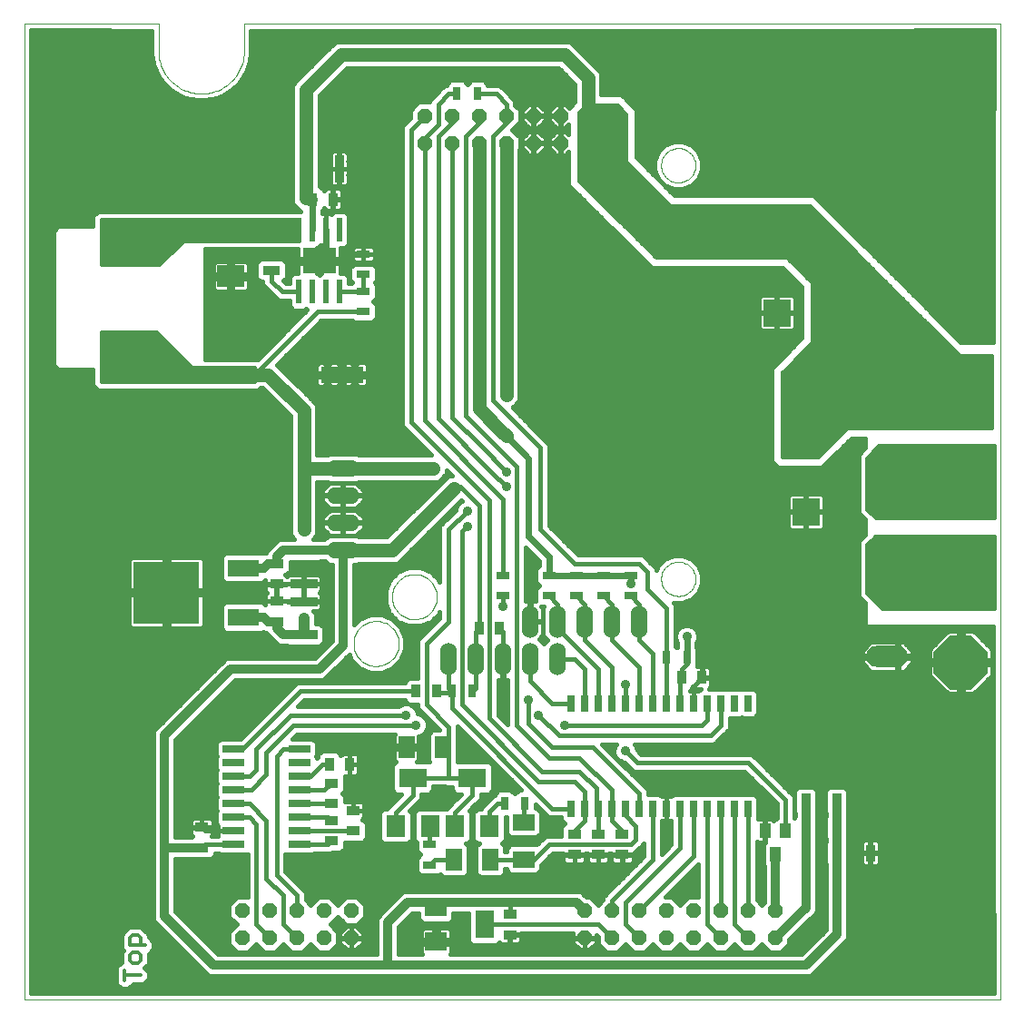
<source format=gtl>
G75*
G70*
%OFA0B0*%
%FSLAX24Y24*%
%IPPOS*%
%LPD*%
%AMOC8*
5,1,8,0,0,1.08239X$1,22.5*
%
%ADD10C,0.0000*%
%ADD11C,0.0130*%
%ADD12O,0.1535X0.0768*%
%ADD13R,0.1000X0.1000*%
%ADD14C,0.1000*%
%ADD15R,0.0197X0.0866*%
%ADD16R,0.1220X0.0945*%
%ADD17R,0.2126X0.1575*%
%ADD18R,0.0630X0.0354*%
%ADD19R,0.0512X0.0276*%
%ADD20R,0.0354X0.0984*%
%ADD21R,0.0984X0.0787*%
%ADD22R,0.0354X0.0512*%
%ADD23R,0.1575X0.0591*%
%ADD24R,0.0984X0.0354*%
%ADD25R,0.0512X0.0354*%
%ADD26C,0.2441*%
%ADD27R,0.0276X0.0591*%
%ADD28O,0.0600X0.1200*%
%ADD29R,0.0276X0.0512*%
%ADD30R,0.0354X0.0630*%
%ADD31R,0.0394X0.0551*%
%ADD32R,0.0787X0.0709*%
%ADD33R,0.0709X0.1024*%
%ADD34R,0.0800X0.0260*%
%ADD35R,0.0709X0.0787*%
%ADD36R,0.1024X0.0709*%
%ADD37OC8,0.1969*%
%ADD38OC8,0.0540*%
%ADD39R,0.0591X0.0787*%
%ADD40R,0.0787X0.0591*%
%ADD41O,0.1200X0.0600*%
%ADD42R,0.1181X0.0630*%
%ADD43R,0.2441X0.2283*%
%ADD44C,0.0160*%
%ADD45C,0.0240*%
%ADD46C,0.0394*%
%ADD47C,0.0354*%
%ADD48C,0.0500*%
%ADD49C,0.0400*%
%ADD50C,0.0400*%
%ADD51C,0.0320*%
D10*
X001930Y001930D02*
X001930Y037757D01*
X006851Y037757D01*
X006851Y036772D01*
X006853Y036695D01*
X006859Y036618D01*
X006868Y036541D01*
X006881Y036465D01*
X006898Y036389D01*
X006919Y036315D01*
X006943Y036241D01*
X006971Y036169D01*
X007002Y036099D01*
X007037Y036030D01*
X007075Y035962D01*
X007116Y035897D01*
X007161Y035834D01*
X007209Y035773D01*
X007259Y035714D01*
X007312Y035658D01*
X007368Y035605D01*
X007427Y035555D01*
X007488Y035507D01*
X007551Y035462D01*
X007616Y035421D01*
X007684Y035383D01*
X007753Y035348D01*
X007823Y035317D01*
X007895Y035289D01*
X007969Y035265D01*
X008043Y035244D01*
X008119Y035227D01*
X008195Y035214D01*
X008272Y035205D01*
X008349Y035199D01*
X008426Y035197D01*
X008503Y035199D01*
X008580Y035205D01*
X008657Y035214D01*
X008733Y035227D01*
X008809Y035244D01*
X008883Y035265D01*
X008957Y035289D01*
X009029Y035317D01*
X009099Y035348D01*
X009168Y035383D01*
X009236Y035421D01*
X009301Y035462D01*
X009364Y035507D01*
X009425Y035555D01*
X009484Y035605D01*
X009540Y035658D01*
X009593Y035714D01*
X009643Y035773D01*
X009691Y035834D01*
X009736Y035897D01*
X009777Y035962D01*
X009815Y036030D01*
X009850Y036099D01*
X009881Y036169D01*
X009909Y036241D01*
X009933Y036315D01*
X009954Y036389D01*
X009971Y036465D01*
X009984Y036541D01*
X009993Y036618D01*
X009999Y036695D01*
X010001Y036772D01*
X010001Y037757D01*
X037757Y037757D01*
X037757Y001930D01*
X001930Y001930D01*
X014018Y015002D02*
X014021Y015077D01*
X014032Y015152D01*
X014049Y015225D01*
X014072Y015297D01*
X014102Y015366D01*
X014138Y015432D01*
X014180Y015494D01*
X014228Y015553D01*
X014281Y015606D01*
X014338Y015655D01*
X014399Y015699D01*
X014465Y015736D01*
X014533Y015768D01*
X014604Y015793D01*
X014677Y015812D01*
X014751Y015824D01*
X014826Y015829D01*
X014901Y015827D01*
X014976Y015819D01*
X015050Y015803D01*
X015122Y015781D01*
X015192Y015753D01*
X015258Y015718D01*
X015322Y015678D01*
X015381Y015631D01*
X015436Y015580D01*
X015487Y015524D01*
X015531Y015463D01*
X015570Y015399D01*
X015604Y015331D01*
X015630Y015261D01*
X015651Y015189D01*
X015664Y015115D01*
X015671Y015040D01*
X015671Y014964D01*
X015664Y014889D01*
X015651Y014815D01*
X015630Y014743D01*
X015604Y014673D01*
X015570Y014605D01*
X015531Y014541D01*
X015487Y014480D01*
X015436Y014424D01*
X015381Y014373D01*
X015322Y014326D01*
X015259Y014286D01*
X015192Y014251D01*
X015122Y014223D01*
X015050Y014201D01*
X014976Y014185D01*
X014901Y014177D01*
X014826Y014175D01*
X014751Y014180D01*
X014677Y014192D01*
X014604Y014211D01*
X014533Y014236D01*
X014465Y014268D01*
X014399Y014305D01*
X014338Y014349D01*
X014281Y014398D01*
X014228Y014451D01*
X014180Y014510D01*
X014138Y014572D01*
X014102Y014638D01*
X014072Y014707D01*
X014049Y014779D01*
X014032Y014852D01*
X014021Y014927D01*
X014018Y015002D01*
X015425Y016720D02*
X015428Y016795D01*
X015439Y016870D01*
X015456Y016943D01*
X015479Y017015D01*
X015509Y017084D01*
X015545Y017150D01*
X015587Y017212D01*
X015635Y017271D01*
X015688Y017324D01*
X015745Y017373D01*
X015806Y017417D01*
X015872Y017454D01*
X015940Y017486D01*
X016011Y017511D01*
X016084Y017530D01*
X016158Y017542D01*
X016233Y017547D01*
X016308Y017545D01*
X016383Y017537D01*
X016457Y017521D01*
X016529Y017499D01*
X016599Y017471D01*
X016665Y017436D01*
X016729Y017396D01*
X016788Y017349D01*
X016843Y017298D01*
X016894Y017242D01*
X016938Y017181D01*
X016977Y017117D01*
X017011Y017049D01*
X017037Y016979D01*
X017058Y016907D01*
X017071Y016833D01*
X017078Y016758D01*
X017078Y016682D01*
X017071Y016607D01*
X017058Y016533D01*
X017037Y016461D01*
X017011Y016391D01*
X016977Y016323D01*
X016938Y016259D01*
X016894Y016198D01*
X016843Y016142D01*
X016788Y016091D01*
X016729Y016044D01*
X016666Y016004D01*
X016599Y015969D01*
X016529Y015941D01*
X016457Y015919D01*
X016383Y015903D01*
X016308Y015895D01*
X016233Y015893D01*
X016158Y015898D01*
X016084Y015910D01*
X016011Y015929D01*
X015940Y015954D01*
X015872Y015986D01*
X015806Y016023D01*
X015745Y016067D01*
X015688Y016116D01*
X015635Y016169D01*
X015587Y016228D01*
X015545Y016290D01*
X015509Y016356D01*
X015479Y016425D01*
X015456Y016497D01*
X015439Y016570D01*
X015428Y016645D01*
X015425Y016720D01*
X025309Y017377D02*
X025312Y017434D01*
X025319Y017491D01*
X025332Y017547D01*
X025350Y017601D01*
X025373Y017654D01*
X025401Y017704D01*
X025433Y017752D01*
X025469Y017796D01*
X025509Y017837D01*
X025553Y017875D01*
X025599Y017908D01*
X025649Y017936D01*
X025701Y017960D01*
X025755Y017980D01*
X025811Y017994D01*
X025867Y018003D01*
X025925Y018007D01*
X025982Y018006D01*
X026039Y017999D01*
X026095Y017987D01*
X026150Y017971D01*
X026203Y017949D01*
X026254Y017923D01*
X026302Y017892D01*
X026348Y017857D01*
X026390Y017817D01*
X026428Y017775D01*
X026462Y017728D01*
X026492Y017679D01*
X026517Y017628D01*
X026537Y017574D01*
X026553Y017519D01*
X026563Y017463D01*
X026568Y017406D01*
X026568Y017348D01*
X026563Y017291D01*
X026553Y017235D01*
X026537Y017180D01*
X026517Y017126D01*
X026492Y017075D01*
X026462Y017026D01*
X026428Y016979D01*
X026390Y016937D01*
X026348Y016897D01*
X026302Y016862D01*
X026254Y016831D01*
X026203Y016805D01*
X026150Y016783D01*
X026095Y016767D01*
X026039Y016755D01*
X025982Y016748D01*
X025925Y016747D01*
X025867Y016751D01*
X025811Y016760D01*
X025755Y016774D01*
X025701Y016794D01*
X025649Y016818D01*
X025599Y016846D01*
X025553Y016879D01*
X025509Y016917D01*
X025469Y016958D01*
X025433Y017002D01*
X025401Y017050D01*
X025373Y017100D01*
X025350Y017153D01*
X025332Y017207D01*
X025319Y017263D01*
X025312Y017320D01*
X025309Y017377D01*
X025309Y032564D02*
X025312Y032621D01*
X025319Y032678D01*
X025332Y032734D01*
X025350Y032788D01*
X025373Y032841D01*
X025401Y032891D01*
X025433Y032939D01*
X025469Y032983D01*
X025509Y033024D01*
X025553Y033062D01*
X025599Y033095D01*
X025649Y033123D01*
X025701Y033147D01*
X025755Y033167D01*
X025811Y033181D01*
X025867Y033190D01*
X025925Y033194D01*
X025982Y033193D01*
X026039Y033186D01*
X026095Y033174D01*
X026150Y033158D01*
X026203Y033136D01*
X026254Y033110D01*
X026302Y033079D01*
X026348Y033044D01*
X026390Y033004D01*
X026428Y032962D01*
X026462Y032915D01*
X026492Y032866D01*
X026517Y032815D01*
X026537Y032761D01*
X026553Y032706D01*
X026563Y032650D01*
X026568Y032593D01*
X026568Y032535D01*
X026563Y032478D01*
X026553Y032422D01*
X026537Y032367D01*
X026517Y032313D01*
X026492Y032262D01*
X026462Y032213D01*
X026428Y032166D01*
X026390Y032124D01*
X026348Y032084D01*
X026302Y032049D01*
X026254Y032018D01*
X026203Y031992D01*
X026150Y031970D01*
X026095Y031954D01*
X026039Y031942D01*
X025982Y031935D01*
X025925Y031934D01*
X025867Y031938D01*
X025811Y031947D01*
X025755Y031961D01*
X025701Y031981D01*
X025649Y032005D01*
X025599Y032033D01*
X025553Y032066D01*
X025509Y032104D01*
X025469Y032145D01*
X025433Y032189D01*
X025401Y032237D01*
X025373Y032287D01*
X025350Y032340D01*
X025332Y032394D01*
X025319Y032450D01*
X025312Y032507D01*
X025309Y032564D01*
D11*
X006092Y004298D02*
X005901Y004298D01*
X005806Y004203D01*
X005806Y003918D01*
X006377Y003918D01*
X006187Y003918D02*
X006187Y004203D01*
X006092Y004298D01*
X006092Y003654D02*
X005901Y003654D01*
X005806Y003559D01*
X005806Y003369D01*
X005901Y003274D01*
X006092Y003274D01*
X006187Y003369D01*
X006187Y003559D01*
X006092Y003654D01*
X005616Y003009D02*
X005616Y002629D01*
X005616Y002819D02*
X006187Y002819D01*
D12*
X033615Y014518D03*
X033615Y017471D03*
X033615Y020423D03*
X033615Y024360D03*
D13*
X029564Y027150D03*
X030627Y019838D03*
D14*
X030627Y022790D03*
X029564Y030103D03*
D15*
X013502Y030206D03*
X013002Y030206D03*
X012502Y030206D03*
X012002Y030206D03*
X012002Y027922D03*
X012502Y027922D03*
X013002Y027922D03*
X013502Y027922D03*
D16*
X012752Y029064D03*
D17*
X005752Y029815D03*
X005752Y025563D03*
D18*
X011002Y028704D03*
X011002Y029924D03*
D19*
X014377Y029313D03*
X014377Y028565D03*
X014377Y027938D03*
X014377Y027190D03*
X019502Y017501D03*
X019502Y016753D03*
X021189Y016753D03*
X021189Y017501D03*
X022189Y017501D03*
X022189Y016753D03*
X023189Y016753D03*
X023189Y017501D03*
X024189Y017501D03*
X024189Y016753D03*
X016814Y007626D03*
X016814Y006878D03*
D20*
X013487Y032439D03*
X012266Y032439D03*
D21*
X009502Y030141D03*
X009502Y028487D03*
D22*
X012503Y031314D03*
X013251Y031314D03*
X018628Y015564D03*
X019376Y015564D03*
X017063Y013252D03*
X016315Y013252D03*
X013876Y010564D03*
X013128Y010564D03*
X026065Y013752D03*
X026813Y013752D03*
D23*
X013595Y024877D03*
X009658Y024877D03*
D24*
X012189Y018424D03*
X012189Y017204D03*
X012189Y016549D03*
X012189Y015329D03*
D25*
X011189Y015815D03*
X011189Y016563D03*
X011189Y017190D03*
X011189Y017938D03*
X013189Y009876D03*
X013189Y009128D03*
X013189Y008501D03*
X013189Y007753D03*
X014002Y008128D03*
X014002Y008876D03*
X008439Y008251D03*
X008439Y007503D03*
X019752Y005063D03*
X019752Y004315D03*
X022127Y007253D03*
X022127Y008001D03*
X023002Y008001D03*
X023002Y007253D03*
X023877Y007253D03*
X023877Y008001D03*
D26*
X035985Y003701D03*
X003701Y003701D03*
X003701Y035985D03*
X035985Y035985D03*
D27*
X028502Y012814D03*
X028002Y012814D03*
X027502Y012814D03*
X027002Y012814D03*
X026502Y012814D03*
X026002Y012814D03*
X025502Y012814D03*
X025002Y012814D03*
X024502Y012814D03*
X024002Y012814D03*
X023502Y012814D03*
X023002Y012814D03*
X022502Y012814D03*
X022002Y012814D03*
X022002Y008939D03*
X022502Y008939D03*
X023002Y008939D03*
X023502Y008939D03*
X024002Y008939D03*
X024502Y008939D03*
X025002Y008939D03*
X025502Y008939D03*
X026002Y008939D03*
X026502Y008939D03*
X027002Y008939D03*
X027502Y008939D03*
X028002Y008939D03*
X028502Y008939D03*
D28*
X024502Y015814D03*
X023502Y015814D03*
X022502Y015814D03*
X021502Y015814D03*
X020502Y015814D03*
X020502Y014439D03*
X019502Y014439D03*
X018502Y014439D03*
X017502Y014439D03*
X021502Y014439D03*
D29*
X018376Y013252D03*
X017628Y013252D03*
X019565Y009127D03*
X020313Y009127D03*
X025503Y014502D03*
X026251Y014502D03*
X018563Y035189D03*
X017815Y035189D03*
D30*
X030618Y009189D03*
X030618Y008252D03*
X031760Y008252D03*
X031766Y007314D03*
X032987Y007314D03*
X031760Y009189D03*
D31*
X029876Y008122D03*
X029128Y008122D03*
X029502Y007256D03*
D32*
X017050Y005319D03*
X017050Y004059D03*
D33*
X018821Y004689D03*
D34*
X012024Y007627D03*
X012024Y008127D03*
X012024Y008627D03*
X012024Y009127D03*
X012024Y009627D03*
X012024Y010127D03*
X012024Y010627D03*
X012024Y011127D03*
X009604Y011127D03*
X009604Y010627D03*
X009604Y010127D03*
X009604Y009627D03*
X009604Y009127D03*
X009604Y008627D03*
X009604Y008127D03*
X009604Y007627D03*
D35*
X015559Y008300D03*
X016819Y008300D03*
X017747Y008300D03*
X019007Y008300D03*
D36*
X018377Y010071D03*
X016189Y010071D03*
D37*
X036314Y014314D03*
X036314Y017627D03*
X036314Y020939D03*
X036314Y024252D03*
D38*
X023627Y033377D03*
X023627Y034377D03*
X022627Y034377D03*
X022627Y033377D03*
X021627Y033377D03*
X021627Y034377D03*
X020627Y034377D03*
X020627Y033377D03*
X019627Y033377D03*
X019627Y034377D03*
X018627Y034377D03*
X018627Y033377D03*
X017627Y033377D03*
X017627Y034377D03*
X016627Y034377D03*
X016627Y033377D03*
X013939Y005189D03*
X013939Y004189D03*
X012939Y004189D03*
X011939Y004189D03*
X010939Y004189D03*
X009939Y004189D03*
X009939Y005189D03*
X010939Y005189D03*
X011939Y005189D03*
X012939Y005189D03*
X022502Y005189D03*
X023502Y005189D03*
X024502Y005189D03*
X025502Y005189D03*
X026502Y005189D03*
X027502Y005189D03*
X028502Y005189D03*
X029502Y005189D03*
X029502Y004189D03*
X028502Y004189D03*
X027502Y004189D03*
X026502Y004189D03*
X025502Y004189D03*
X024502Y004189D03*
X023502Y004189D03*
X022502Y004189D03*
D39*
X019046Y007064D03*
X017707Y007064D03*
X017296Y011189D03*
X015957Y011189D03*
D40*
X020252Y008421D03*
X020252Y007082D03*
D41*
X013627Y018439D03*
X013627Y019439D03*
X013627Y020439D03*
X013627Y021439D03*
D42*
X009984Y017782D03*
X009984Y015971D03*
D43*
X007149Y016877D03*
D44*
X007069Y016871D02*
X002170Y016871D01*
X002170Y016713D02*
X005770Y016713D01*
X005770Y016797D02*
X005770Y015669D01*
X005863Y015576D01*
X007069Y015576D01*
X007069Y016796D01*
X007229Y016796D01*
X007229Y015576D01*
X008436Y015576D01*
X008528Y015669D01*
X008528Y016797D01*
X007229Y016797D01*
X007229Y016956D01*
X008528Y016956D01*
X008528Y018084D01*
X008436Y018177D01*
X007229Y018177D01*
X007229Y016957D01*
X007069Y016957D01*
X007069Y018177D01*
X005863Y018177D01*
X005770Y018084D01*
X005770Y016956D01*
X007069Y016956D01*
X007069Y016797D01*
X005770Y016797D01*
X005770Y017030D02*
X002170Y017030D01*
X002170Y017188D02*
X005770Y017188D01*
X005770Y017347D02*
X002170Y017347D01*
X002170Y017505D02*
X005770Y017505D01*
X005770Y017664D02*
X002170Y017664D01*
X002170Y017822D02*
X005770Y017822D01*
X005770Y017981D02*
X002170Y017981D01*
X002170Y018139D02*
X005826Y018139D01*
X007069Y018139D02*
X007229Y018139D01*
X007229Y017981D02*
X007069Y017981D01*
X007069Y017822D02*
X007229Y017822D01*
X007229Y017664D02*
X007069Y017664D01*
X007069Y017505D02*
X007229Y017505D01*
X007229Y017347D02*
X007069Y017347D01*
X007069Y017188D02*
X007229Y017188D01*
X007229Y017030D02*
X007069Y017030D01*
X007229Y016871D02*
X010840Y016871D01*
X010845Y016877D02*
X010774Y016806D01*
X010774Y016572D01*
X011180Y016572D01*
X011180Y016554D01*
X010774Y016554D01*
X008528Y016554D01*
X008528Y016396D02*
X009163Y016396D01*
X009153Y016385D02*
X009153Y015557D01*
X009294Y015416D01*
X010674Y015416D01*
X010691Y015434D01*
X010710Y015415D01*
X010789Y015415D01*
X010789Y015398D01*
X011259Y014929D01*
X011580Y014929D01*
X011598Y014912D01*
X012781Y014912D01*
X012921Y015052D01*
X012921Y015605D01*
X012781Y015746D01*
X012629Y015746D01*
X012629Y016121D01*
X012537Y016213D01*
X012747Y016213D01*
X012840Y016306D01*
X012840Y016541D01*
X012198Y016541D01*
X012198Y016558D01*
X012840Y016558D01*
X012840Y016792D01*
X012756Y016877D01*
X012840Y016961D01*
X012840Y017195D01*
X012198Y017195D01*
X012198Y017212D01*
X012840Y017212D01*
X012840Y017447D01*
X012747Y017540D01*
X012198Y017540D01*
X012198Y017213D01*
X012180Y017213D01*
X012180Y017540D01*
X011631Y017540D01*
X011564Y017473D01*
X011516Y017521D01*
X011544Y017521D01*
X011685Y017661D01*
X011685Y018007D01*
X012781Y018007D01*
X012798Y018024D01*
X012978Y018024D01*
X013103Y017899D01*
X013227Y017899D01*
X013227Y015105D01*
X012586Y014464D01*
X009336Y014464D01*
X009274Y014402D01*
X009219Y014347D01*
X009187Y014315D01*
X009102Y014230D01*
X006664Y011792D01*
X006664Y011461D01*
X006664Y007336D01*
X006664Y005167D01*
X006664Y004836D01*
X008477Y003024D01*
X008477Y003023D01*
X008711Y002789D01*
X015086Y002789D01*
X030461Y002789D01*
X030792Y002789D01*
X031926Y003922D01*
X032160Y004157D01*
X032160Y006876D01*
X032184Y006900D01*
X032184Y007728D01*
X032160Y007752D01*
X032160Y007820D01*
X032177Y007837D01*
X032177Y008666D01*
X032160Y008683D01*
X032160Y008758D01*
X032177Y008775D01*
X032177Y009604D01*
X032037Y009744D01*
X031483Y009744D01*
X031343Y009604D01*
X031343Y008775D01*
X031360Y008758D01*
X031360Y008683D01*
X031343Y008666D01*
X031343Y007837D01*
X031360Y007820D01*
X031360Y007739D01*
X031349Y007728D01*
X031349Y006900D01*
X031360Y006889D01*
X031360Y004488D01*
X030461Y003589D01*
X017552Y003589D01*
X017602Y003639D01*
X017602Y003979D01*
X017130Y003979D01*
X017130Y004139D01*
X017602Y004139D01*
X017602Y004479D01*
X017509Y004572D01*
X017130Y004572D01*
X017130Y004139D01*
X016970Y004139D01*
X016970Y003979D01*
X016497Y003979D01*
X016497Y003639D01*
X016547Y003589D01*
X015652Y003589D01*
X015652Y004586D01*
X016167Y005102D01*
X016416Y005102D01*
X016416Y004865D01*
X016557Y004725D01*
X017543Y004725D01*
X017684Y004865D01*
X017684Y005102D01*
X018227Y005102D01*
X018227Y004078D01*
X018368Y003937D01*
X019275Y003937D01*
X019374Y004036D01*
X019430Y003979D01*
X019743Y003979D01*
X019743Y004306D01*
X019760Y004306D01*
X019760Y003979D01*
X020073Y003979D01*
X020166Y004072D01*
X020166Y004306D01*
X019760Y004306D01*
X019760Y004324D01*
X020166Y004324D01*
X020166Y004369D01*
X022075Y004369D01*
X022073Y004367D01*
X022073Y004199D01*
X022491Y004199D01*
X022491Y004179D01*
X022073Y004179D01*
X022073Y004012D01*
X022324Y003760D01*
X022492Y003760D01*
X022492Y004179D01*
X022512Y004179D01*
X022512Y004199D01*
X022930Y004199D01*
X022930Y004308D01*
X022992Y004247D01*
X022992Y003978D01*
X023290Y003679D01*
X023713Y003679D01*
X024002Y003968D01*
X024290Y003679D01*
X024713Y003679D01*
X025002Y003968D01*
X025290Y003679D01*
X025713Y003679D01*
X026002Y003968D01*
X026290Y003679D01*
X026713Y003679D01*
X027002Y003968D01*
X027290Y003679D01*
X027713Y003679D01*
X028002Y003968D01*
X028290Y003679D01*
X028713Y003679D01*
X029002Y003968D01*
X029290Y003679D01*
X029713Y003679D01*
X030012Y003978D01*
X030012Y004133D01*
X030784Y004906D01*
X030792Y004914D01*
X031027Y005148D01*
X031027Y005480D01*
X031018Y005488D01*
X031018Y007820D01*
X031035Y007837D01*
X031035Y008666D01*
X031018Y008683D01*
X031018Y008758D01*
X031035Y008775D01*
X031035Y009604D01*
X030895Y009744D01*
X030342Y009744D01*
X030201Y009604D01*
X030201Y008775D01*
X030218Y008758D01*
X030218Y008683D01*
X030201Y008666D01*
X030201Y008609D01*
X030196Y008614D01*
X030196Y009120D01*
X030196Y009385D01*
X028822Y010759D01*
X028634Y010947D01*
X024572Y010947D01*
X024419Y011099D01*
X024419Y011147D01*
X024355Y011300D01*
X024349Y011307D01*
X027259Y011307D01*
X027447Y011494D01*
X027822Y011869D01*
X027822Y012134D01*
X027822Y012279D01*
X028239Y012279D01*
X028252Y012292D01*
X028264Y012279D01*
X028739Y012279D01*
X028879Y012419D01*
X028879Y013209D01*
X028739Y013349D01*
X028264Y013349D01*
X028252Y013337D01*
X028239Y013349D01*
X027764Y013349D01*
X027752Y013337D01*
X027739Y013349D01*
X027264Y013349D01*
X027252Y013337D01*
X027239Y013349D01*
X027068Y013349D01*
X027149Y013430D01*
X027149Y013743D01*
X026822Y013743D01*
X026822Y013760D01*
X027149Y013760D01*
X027149Y014073D01*
X027056Y014166D01*
X026822Y014166D01*
X026822Y013761D01*
X026804Y013761D01*
X026804Y014166D01*
X026628Y014166D01*
X026628Y014857D01*
X026612Y014874D01*
X026612Y015031D01*
X026669Y015169D01*
X026669Y015335D01*
X026605Y015488D01*
X026488Y015605D01*
X026335Y015669D01*
X026169Y015669D01*
X026015Y015605D01*
X025898Y015488D01*
X025834Y015335D01*
X025834Y015169D01*
X025892Y015031D01*
X025892Y014876D01*
X025877Y014861D01*
X025823Y014915D01*
X025823Y016181D01*
X025823Y016446D01*
X025758Y016510D01*
X025766Y016507D01*
X026112Y016507D01*
X026432Y016639D01*
X026677Y016884D01*
X026809Y017204D01*
X026809Y017550D01*
X026677Y017869D01*
X026432Y018114D01*
X026112Y018247D01*
X025766Y018247D01*
X025446Y018114D01*
X025202Y017869D01*
X025134Y017706D01*
X025134Y017759D01*
X024822Y018072D01*
X024634Y018259D01*
X022259Y018259D01*
X021197Y019322D01*
X021197Y022057D01*
X021197Y022322D01*
X021103Y022415D01*
X019856Y023663D01*
X020117Y023924D01*
X020117Y033145D01*
X020137Y033165D01*
X020137Y033588D01*
X019848Y033877D01*
X020137Y034165D01*
X020137Y034588D01*
X019947Y034778D01*
X019947Y034947D01*
X019572Y035322D01*
X019384Y035509D01*
X018941Y035509D01*
X018941Y035544D01*
X018800Y035685D01*
X018326Y035685D01*
X018189Y035548D01*
X018052Y035685D01*
X017578Y035685D01*
X017437Y035544D01*
X017437Y035509D01*
X017369Y035509D01*
X017182Y035322D01*
X017182Y035322D01*
X016994Y035134D01*
X016807Y034947D01*
X016807Y034887D01*
X016415Y034887D01*
X016117Y034588D01*
X016117Y034319D01*
X015994Y034197D01*
X015807Y034009D01*
X015807Y023259D01*
X015807Y022994D01*
X016872Y021929D01*
X014200Y021929D01*
X014150Y021979D01*
X013103Y021979D01*
X013053Y021929D01*
X012679Y021929D01*
X012679Y023767D01*
X012392Y024054D01*
X011367Y025080D01*
X011199Y025247D01*
X012823Y026870D01*
X013964Y026870D01*
X014021Y026812D01*
X014732Y026812D01*
X014872Y026953D01*
X014872Y027427D01*
X014736Y027564D01*
X014872Y027701D01*
X014872Y028175D01*
X014796Y028252D01*
X014872Y028328D01*
X014872Y028802D01*
X014732Y028943D01*
X014021Y028943D01*
X013881Y028802D01*
X013881Y028328D01*
X013957Y028252D01*
X013948Y028242D01*
X013840Y028242D01*
X013840Y028455D01*
X013699Y028595D01*
X013521Y028595D01*
X013521Y028984D01*
X012832Y028984D01*
X012832Y029144D01*
X013521Y029144D01*
X013521Y029533D01*
X013699Y029533D01*
X013840Y029673D01*
X013840Y030738D01*
X013699Y030879D01*
X013304Y030879D01*
X013194Y030769D01*
X013166Y030798D01*
X013002Y030798D01*
X013002Y030206D01*
X013001Y030206D01*
X013001Y030798D01*
X012862Y030798D01*
X012862Y030901D01*
X012920Y030959D01*
X012920Y030987D01*
X013008Y030899D01*
X013242Y030899D01*
X013242Y031305D01*
X013259Y031305D01*
X013259Y030899D01*
X013494Y030899D01*
X013586Y030992D01*
X013586Y031305D01*
X013259Y031305D01*
X013259Y031323D01*
X013242Y031323D01*
X013242Y031729D01*
X013008Y031729D01*
X012920Y031641D01*
X012920Y031669D01*
X012779Y031810D01*
X012756Y031810D01*
X012756Y032580D01*
X012756Y035126D01*
X013767Y036137D01*
X021549Y036137D01*
X022137Y035549D01*
X022137Y034890D01*
X021928Y034681D01*
X021804Y034805D01*
X021637Y034805D01*
X021637Y034387D01*
X021617Y034387D01*
X021617Y034805D01*
X021449Y034805D01*
X021198Y034554D01*
X021198Y034387D01*
X021616Y034387D01*
X021616Y034367D01*
X021198Y034367D01*
X021198Y034199D01*
X021449Y033948D01*
X021617Y033948D01*
X021617Y034366D01*
X021637Y034366D01*
X021637Y033948D01*
X021804Y033948D01*
X021914Y034058D01*
X021914Y033695D01*
X021804Y033805D01*
X021637Y033805D01*
X021637Y033387D01*
X021617Y033387D01*
X021617Y033805D01*
X021449Y033805D01*
X021198Y033554D01*
X021198Y033387D01*
X021616Y033387D01*
X021616Y033367D01*
X021198Y033367D01*
X021198Y033199D01*
X021449Y032948D01*
X021617Y032948D01*
X021617Y033366D01*
X021637Y033366D01*
X021637Y032948D01*
X021804Y032948D01*
X021914Y033058D01*
X021914Y031836D01*
X022148Y031602D01*
X024961Y028789D01*
X025292Y028789D01*
X029773Y028789D01*
X030477Y028086D01*
X030477Y026230D01*
X029352Y025105D01*
X029352Y024773D01*
X029352Y021711D01*
X029586Y021477D01*
X029917Y021477D01*
X031230Y021477D01*
X031247Y021494D01*
X032292Y022539D01*
X032814Y022539D01*
X032814Y022204D01*
X032744Y022134D01*
X032557Y021947D01*
X032557Y020072D01*
X032557Y019807D01*
X032650Y019713D01*
X032653Y019710D01*
X032744Y019619D01*
X032814Y019549D01*
X032814Y019017D01*
X032744Y018947D01*
X032557Y018759D01*
X032557Y018494D01*
X032557Y017009D01*
X032557Y017009D01*
X032557Y016744D01*
X032650Y016650D01*
X032668Y016632D01*
X032744Y016557D01*
X032814Y016487D01*
X032814Y015627D01*
X037517Y015627D01*
X037517Y002170D01*
X002170Y002170D01*
X002170Y037517D01*
X006611Y037517D01*
X006611Y036673D01*
X006611Y036673D01*
X006611Y036653D01*
X006642Y036417D01*
X006704Y036188D01*
X006704Y036188D01*
X006795Y035968D01*
X006914Y035762D01*
X007058Y035573D01*
X007227Y035405D01*
X007415Y035260D01*
X007415Y035260D01*
X007621Y035141D01*
X007621Y035141D01*
X007841Y035050D01*
X007841Y035050D01*
X008071Y034989D01*
X008307Y034958D01*
X008326Y034958D01*
X008326Y034957D01*
X008423Y034957D01*
X008426Y034957D01*
X008525Y034957D01*
X008525Y034958D01*
X008545Y034958D01*
X008781Y034989D01*
X009010Y035050D01*
X009010Y035050D01*
X009230Y035141D01*
X009230Y035141D01*
X009436Y035260D01*
X009625Y035405D01*
X009793Y035573D01*
X009793Y035573D01*
X009938Y035762D01*
X010057Y035968D01*
X010148Y036188D01*
X010209Y036417D01*
X010241Y036653D01*
X010241Y036653D01*
X010241Y036673D01*
X010241Y036819D01*
X010241Y036872D01*
X010241Y037517D01*
X037517Y037517D01*
X037517Y026064D01*
X036317Y026064D01*
X034292Y028089D01*
X031034Y031347D01*
X030917Y031464D01*
X030586Y031464D01*
X025792Y031464D01*
X024402Y032855D01*
X024402Y034605D01*
X024167Y034839D01*
X023855Y035152D01*
X023523Y035152D01*
X023117Y035152D01*
X023117Y035955D01*
X022830Y036242D01*
X021955Y037117D01*
X021549Y037117D01*
X013361Y037117D01*
X013074Y036830D01*
X011776Y035532D01*
X011776Y035126D01*
X011776Y032580D01*
X011776Y031159D01*
X012051Y030884D01*
X011869Y030884D01*
X004619Y030884D01*
X004432Y030697D01*
X004432Y030432D01*
X004432Y030322D01*
X004307Y030322D01*
X003447Y030322D01*
X003182Y030322D01*
X002994Y030134D01*
X002994Y029869D01*
X002994Y029869D01*
X002994Y025509D01*
X002994Y025429D01*
X002994Y025377D01*
X002994Y025244D01*
X003182Y025057D01*
X003447Y025057D01*
X004432Y025057D01*
X004432Y024759D01*
X004432Y024494D01*
X004619Y024307D01*
X010244Y024307D01*
X010509Y024307D01*
X010544Y024341D01*
X010545Y024341D01*
X010590Y024387D01*
X010674Y024387D01*
X011699Y023361D01*
X011699Y021642D01*
X011699Y021236D01*
X011699Y018986D01*
X011844Y018841D01*
X011598Y018841D01*
X011580Y018824D01*
X011259Y018824D01*
X010789Y018355D01*
X010789Y018338D01*
X010710Y018338D01*
X010691Y018319D01*
X010674Y018337D01*
X009294Y018337D01*
X009153Y018196D01*
X009153Y017368D01*
X009294Y017227D01*
X010674Y017227D01*
X010774Y017328D01*
X010774Y017199D01*
X011180Y017199D01*
X011180Y017181D01*
X010774Y017181D01*
X010774Y016947D01*
X010845Y016877D01*
X010774Y017030D02*
X008528Y017030D01*
X008528Y017188D02*
X011180Y017188D01*
X011180Y017181D02*
X011198Y017181D01*
X011198Y016854D01*
X011198Y016572D01*
X011180Y016572D01*
X011180Y016854D01*
X011180Y017181D01*
X011198Y017181D02*
X011198Y017199D01*
X011604Y017199D01*
X011604Y017212D01*
X012180Y017212D01*
X012180Y017195D01*
X011538Y017195D01*
X011538Y017181D01*
X011198Y017181D01*
X011198Y017188D02*
X011538Y017188D01*
X011531Y017505D02*
X011597Y017505D01*
X011685Y017664D02*
X013227Y017664D01*
X013227Y017822D02*
X011685Y017822D01*
X011685Y017981D02*
X013021Y017981D01*
X013227Y017505D02*
X012781Y017505D01*
X012840Y017347D02*
X013227Y017347D01*
X013227Y017188D02*
X012840Y017188D01*
X012840Y017030D02*
X013227Y017030D01*
X013227Y016871D02*
X012761Y016871D01*
X012840Y016713D02*
X013227Y016713D01*
X013227Y016554D02*
X012198Y016554D01*
X012198Y016558D02*
X012180Y016558D01*
X012180Y016541D01*
X011604Y016541D01*
X011604Y016554D01*
X012180Y016554D01*
X012180Y016558D02*
X011538Y016558D01*
X011538Y016572D01*
X011198Y016572D01*
X011198Y016554D01*
X011604Y016554D01*
X011198Y016713D02*
X011180Y016713D01*
X011180Y016871D02*
X011198Y016871D01*
X011198Y017030D02*
X011180Y017030D01*
X010774Y016713D02*
X008528Y016713D01*
X008528Y017347D02*
X009174Y017347D01*
X009153Y017505D02*
X008528Y017505D01*
X008528Y017664D02*
X009153Y017664D01*
X009153Y017822D02*
X008528Y017822D01*
X008528Y017981D02*
X009153Y017981D01*
X009153Y018139D02*
X008473Y018139D01*
X009255Y018298D02*
X002170Y018298D01*
X002170Y018457D02*
X010891Y018457D01*
X011049Y018615D02*
X002170Y018615D01*
X002170Y018774D02*
X011208Y018774D01*
X011753Y018932D02*
X002170Y018932D01*
X002170Y019091D02*
X011699Y019091D01*
X011699Y019249D02*
X002170Y019249D01*
X002170Y019408D02*
X011699Y019408D01*
X011699Y019566D02*
X002170Y019566D01*
X002170Y019725D02*
X011699Y019725D01*
X011699Y019883D02*
X002170Y019883D01*
X002170Y020042D02*
X011699Y020042D01*
X011699Y020201D02*
X002170Y020201D01*
X002170Y020359D02*
X011699Y020359D01*
X011699Y020518D02*
X002170Y020518D01*
X002170Y020676D02*
X011699Y020676D01*
X011699Y020835D02*
X002170Y020835D01*
X002170Y020993D02*
X011699Y020993D01*
X011699Y021152D02*
X002170Y021152D01*
X002170Y021310D02*
X011699Y021310D01*
X011699Y021469D02*
X002170Y021469D01*
X002170Y021627D02*
X011699Y021627D01*
X011699Y021786D02*
X002170Y021786D01*
X002170Y021945D02*
X011699Y021945D01*
X011699Y022103D02*
X002170Y022103D01*
X002170Y022262D02*
X011699Y022262D01*
X011699Y022420D02*
X002170Y022420D01*
X002170Y022579D02*
X011699Y022579D01*
X011699Y022737D02*
X002170Y022737D01*
X002170Y022896D02*
X011699Y022896D01*
X011699Y023054D02*
X002170Y023054D01*
X002170Y023213D02*
X011699Y023213D01*
X011689Y023371D02*
X002170Y023371D01*
X002170Y023530D02*
X011530Y023530D01*
X011372Y023689D02*
X002170Y023689D01*
X002170Y023847D02*
X011213Y023847D01*
X011055Y024006D02*
X002170Y024006D01*
X002170Y024164D02*
X010896Y024164D01*
X010738Y024323D02*
X010525Y024323D01*
X010377Y024627D02*
X004752Y024627D01*
X004752Y026439D01*
X006752Y026439D01*
X008064Y025127D01*
X010377Y025127D01*
X010377Y024627D01*
X010377Y024640D02*
X004752Y024640D01*
X004752Y024798D02*
X010377Y024798D01*
X010377Y024877D02*
X009689Y024877D01*
X009689Y024877D01*
X009658Y024877D01*
X010377Y024877D02*
X012690Y027190D01*
X014377Y027190D01*
X014872Y027176D02*
X015807Y027176D01*
X015807Y027018D02*
X014872Y027018D01*
X014779Y026859D02*
X015807Y026859D01*
X015807Y026701D02*
X012653Y026701D01*
X012495Y026542D02*
X015807Y026542D01*
X015807Y026384D02*
X012336Y026384D01*
X012178Y026225D02*
X015807Y026225D01*
X015807Y026067D02*
X012019Y026067D01*
X011861Y025908D02*
X015807Y025908D01*
X015807Y025750D02*
X011702Y025750D01*
X011543Y025591D02*
X015807Y025591D01*
X015807Y025432D02*
X011385Y025432D01*
X011226Y025274D02*
X012685Y025274D01*
X012649Y025238D02*
X012649Y024944D01*
X013527Y024944D01*
X013527Y024809D01*
X012649Y024809D01*
X012649Y024516D01*
X012742Y024423D01*
X013527Y024423D01*
X013527Y024809D01*
X013663Y024809D01*
X013663Y024944D01*
X014541Y024944D01*
X014541Y025238D01*
X014448Y025331D01*
X013663Y025331D01*
X013663Y024945D01*
X013527Y024945D01*
X013527Y025331D01*
X012742Y025331D01*
X012649Y025238D01*
X012649Y025115D02*
X011331Y025115D01*
X011367Y025080D02*
X011367Y025080D01*
X011489Y024957D02*
X012649Y024957D01*
X012649Y024798D02*
X011648Y024798D01*
X011806Y024640D02*
X012649Y024640D01*
X012683Y024481D02*
X011965Y024481D01*
X012124Y024323D02*
X015807Y024323D01*
X015807Y024481D02*
X014507Y024481D01*
X014541Y024516D02*
X014541Y024809D01*
X013663Y024809D01*
X013663Y024423D01*
X014448Y024423D01*
X014541Y024516D01*
X014541Y024640D02*
X015807Y024640D01*
X015807Y024798D02*
X014541Y024798D01*
X014541Y024957D02*
X015807Y024957D01*
X015807Y025115D02*
X014541Y025115D01*
X014505Y025274D02*
X015807Y025274D01*
X015807Y024164D02*
X012282Y024164D01*
X012441Y024006D02*
X015807Y024006D01*
X015807Y023847D02*
X012599Y023847D01*
X012679Y023689D02*
X015807Y023689D01*
X015807Y023530D02*
X012679Y023530D01*
X012679Y023371D02*
X015807Y023371D01*
X015807Y023213D02*
X012679Y023213D01*
X012679Y023054D02*
X015807Y023054D01*
X015905Y022896D02*
X012679Y022896D01*
X012679Y022737D02*
X016063Y022737D01*
X016222Y022579D02*
X012679Y022579D01*
X012679Y022420D02*
X016381Y022420D01*
X016539Y022262D02*
X012679Y022262D01*
X012679Y022103D02*
X016698Y022103D01*
X016856Y021945D02*
X014185Y021945D01*
X014200Y020949D02*
X016674Y020949D01*
X016877Y020949D01*
X016903Y020949D01*
X017080Y020949D01*
X017142Y020949D01*
X017429Y021236D01*
X017429Y021372D01*
X017622Y021179D01*
X017486Y021179D01*
X015236Y018929D01*
X014200Y018929D01*
X014150Y018979D01*
X013103Y018979D01*
X012948Y018824D01*
X012798Y018824D01*
X012781Y018841D01*
X012534Y018841D01*
X012679Y018986D01*
X012679Y020949D01*
X013053Y020949D01*
X013103Y020899D01*
X014150Y020899D01*
X014200Y020949D01*
X014117Y020898D02*
X013647Y020898D01*
X013647Y020459D01*
X014385Y020459D01*
X014385Y020629D01*
X014117Y020898D01*
X014180Y020835D02*
X017142Y020835D01*
X017080Y020949D02*
X017080Y020949D01*
X017186Y020993D02*
X017300Y020993D01*
X017345Y021152D02*
X017459Y021152D01*
X017429Y021310D02*
X017490Y021310D01*
X017689Y020752D02*
X017939Y020752D01*
X018628Y020063D01*
X018628Y015564D01*
X018627Y015564D01*
X018502Y015439D01*
X018502Y014439D01*
X018502Y013377D01*
X018377Y013252D01*
X018376Y013252D01*
X018002Y012752D02*
X018002Y019127D01*
X018189Y019314D01*
X018189Y019877D02*
X017502Y019189D01*
X017502Y015814D01*
X016689Y015002D01*
X016689Y012752D01*
X017502Y011939D01*
X017502Y011189D01*
X017502Y011189D01*
X017502Y010071D01*
X017502Y010064D01*
X017502Y010071D02*
X018377Y010071D01*
X018377Y010064D01*
X018377Y010071D02*
X018377Y010071D01*
X018377Y009439D01*
X018314Y009377D01*
X018002Y009064D01*
X017747Y008809D01*
X017747Y008300D01*
X018134Y007666D02*
X018200Y007666D01*
X018341Y007807D01*
X018341Y008793D01*
X018262Y008872D01*
X018447Y009057D01*
X018538Y009148D01*
X018540Y009150D01*
X018555Y009165D01*
X018697Y009307D01*
X018697Y009477D01*
X018988Y009477D01*
X019128Y009618D01*
X019128Y010525D01*
X018988Y010666D01*
X017822Y010666D01*
X017822Y010686D01*
X017831Y010696D01*
X017831Y011682D01*
X017822Y011692D01*
X017822Y011979D01*
X020178Y009623D01*
X020076Y009623D01*
X019939Y009486D01*
X019802Y009623D01*
X019328Y009623D01*
X019187Y009482D01*
X019187Y009447D01*
X019182Y009447D01*
X018687Y008952D01*
X018687Y008934D01*
X018553Y008934D01*
X018412Y008793D01*
X018412Y007807D01*
X018553Y007666D01*
X018620Y007666D01*
X018511Y007557D01*
X018511Y006571D01*
X018651Y006430D01*
X019441Y006430D01*
X019581Y006571D01*
X019581Y006744D01*
X019618Y006744D01*
X019618Y006688D01*
X019758Y006547D01*
X020745Y006547D01*
X020885Y006688D01*
X020885Y006870D01*
X021322Y007307D01*
X021712Y007307D01*
X021712Y007261D01*
X022118Y007261D01*
X022118Y007244D01*
X021712Y007244D01*
X021712Y007010D01*
X021805Y006917D01*
X022118Y006917D01*
X022118Y007244D01*
X022135Y007244D01*
X022135Y006917D01*
X022448Y006917D01*
X022541Y007010D01*
X022541Y007244D01*
X022135Y007244D01*
X022135Y007261D01*
X022541Y007261D01*
X022541Y007307D01*
X022587Y007307D01*
X022587Y007261D01*
X022993Y007261D01*
X022993Y007244D01*
X022587Y007244D01*
X022587Y007010D01*
X022680Y006917D01*
X022993Y006917D01*
X022993Y007244D01*
X023010Y007244D01*
X023010Y006917D01*
X023323Y006917D01*
X023416Y007010D01*
X023416Y007244D01*
X023010Y007244D01*
X023010Y007261D01*
X023416Y007261D01*
X023416Y007307D01*
X023462Y007307D01*
X023462Y007261D01*
X023868Y007261D01*
X023868Y007244D01*
X023462Y007244D01*
X023462Y007010D01*
X023555Y006917D01*
X023868Y006917D01*
X023868Y007244D01*
X023885Y007244D01*
X023885Y006917D01*
X024198Y006917D01*
X024291Y007010D01*
X024291Y007244D01*
X023885Y007244D01*
X023885Y007261D01*
X024291Y007261D01*
X024291Y007307D01*
X024322Y007307D01*
X024356Y007341D01*
X024415Y007400D01*
X024419Y007404D01*
X024509Y007494D01*
X024561Y007546D01*
X024682Y007667D01*
X024682Y007197D01*
X023182Y005697D01*
X023182Y005590D01*
X023002Y005410D01*
X022713Y005699D01*
X022557Y005699D01*
X022355Y005902D01*
X022023Y005902D01*
X019586Y005902D01*
X017555Y005902D01*
X017543Y005913D01*
X016557Y005913D01*
X016545Y005902D01*
X015836Y005902D01*
X015602Y005667D01*
X015086Y005152D01*
X014852Y004917D01*
X014852Y003589D01*
X009042Y003589D01*
X007464Y005167D01*
X007464Y007102D01*
X008068Y007102D01*
X008084Y007085D01*
X008795Y007085D01*
X008935Y007226D01*
X008935Y007307D01*
X009055Y007307D01*
X009105Y007257D01*
X010104Y007257D01*
X010119Y007272D01*
X010119Y005699D01*
X009728Y005699D01*
X009429Y005400D01*
X009429Y004978D01*
X009718Y004689D01*
X009429Y004400D01*
X009429Y003978D01*
X009728Y003679D01*
X010150Y003679D01*
X010439Y003968D01*
X010728Y003679D01*
X011150Y003679D01*
X011439Y003968D01*
X011728Y003679D01*
X012150Y003679D01*
X012439Y003968D01*
X012728Y003679D01*
X013150Y003679D01*
X013449Y003978D01*
X013449Y004400D01*
X013160Y004689D01*
X013439Y004968D01*
X013728Y004679D01*
X014150Y004679D01*
X014449Y004978D01*
X014449Y005400D01*
X014150Y005699D01*
X013728Y005699D01*
X013439Y005410D01*
X013150Y005699D01*
X012728Y005699D01*
X012439Y005410D01*
X012259Y005590D01*
X012259Y005619D01*
X012259Y005884D01*
X011509Y006634D01*
X011509Y007272D01*
X011525Y007257D01*
X012524Y007257D01*
X012574Y007307D01*
X012932Y007307D01*
X013197Y007307D01*
X013225Y007335D01*
X013545Y007335D01*
X013685Y007476D01*
X013685Y007710D01*
X014357Y007710D01*
X014498Y007851D01*
X014498Y008404D01*
X014357Y008545D01*
X014328Y008545D01*
X014416Y008633D01*
X014416Y008867D01*
X014011Y008867D01*
X014011Y008884D01*
X014416Y008884D01*
X014416Y009119D01*
X014323Y009211D01*
X014010Y009211D01*
X014010Y008884D01*
X013993Y008884D01*
X013993Y009211D01*
X013685Y009211D01*
X013685Y009404D01*
X013588Y009502D01*
X013685Y009599D01*
X013685Y010149D01*
X013867Y010149D01*
X013867Y010555D01*
X013884Y010555D01*
X013884Y010149D01*
X014119Y010149D01*
X014212Y010242D01*
X014212Y010555D01*
X013884Y010555D01*
X013884Y010573D01*
X013867Y010573D01*
X013867Y010979D01*
X013633Y010979D01*
X013545Y010891D01*
X013545Y010919D01*
X013404Y011060D01*
X012851Y011060D01*
X012710Y010919D01*
X012710Y010851D01*
X012664Y010804D01*
X012664Y010856D01*
X012644Y010877D01*
X012664Y010897D01*
X012664Y011356D01*
X012524Y011497D01*
X011762Y011497D01*
X011947Y011682D01*
X015536Y011682D01*
X015503Y011649D01*
X015503Y011257D01*
X015889Y011257D01*
X015889Y011121D01*
X015503Y011121D01*
X015503Y010730D01*
X015573Y010660D01*
X015437Y010525D01*
X015437Y009618D01*
X015578Y009477D01*
X015775Y009477D01*
X015239Y008942D01*
X015239Y008933D01*
X015105Y008933D01*
X014965Y008793D01*
X014965Y007807D01*
X015105Y007666D01*
X016013Y007666D01*
X016153Y007807D01*
X016153Y008793D01*
X016074Y008872D01*
X016509Y009307D01*
X016509Y009477D01*
X016800Y009477D01*
X016941Y009618D01*
X016941Y009751D01*
X017362Y009751D01*
X017369Y009744D01*
X017625Y009744D01*
X017625Y009618D01*
X017765Y009477D01*
X017962Y009477D01*
X017869Y009384D01*
X017795Y009310D01*
X017775Y009290D01*
X017682Y009197D01*
X017427Y008942D01*
X017427Y008934D01*
X017293Y008934D01*
X017283Y008923D01*
X017273Y008933D01*
X016365Y008933D01*
X016225Y008793D01*
X016225Y007807D01*
X016318Y007713D01*
X016318Y007388D01*
X016455Y007252D01*
X016318Y007115D01*
X016318Y006640D01*
X016459Y006500D01*
X017169Y006500D01*
X017206Y006537D01*
X017313Y006430D01*
X018102Y006430D01*
X018243Y006571D01*
X018243Y007557D01*
X018134Y007666D01*
X018210Y007676D02*
X018543Y007676D01*
X018511Y007517D02*
X018243Y007517D01*
X018243Y007359D02*
X018511Y007359D01*
X018511Y007200D02*
X018243Y007200D01*
X018243Y007041D02*
X018511Y007041D01*
X018511Y006883D02*
X018243Y006883D01*
X018243Y006724D02*
X018511Y006724D01*
X018516Y006566D02*
X018237Y006566D01*
X017707Y007064D02*
X017002Y007064D01*
X016814Y006877D01*
X016814Y006878D01*
X016814Y006877D02*
X016814Y006877D01*
X016318Y006883D02*
X011509Y006883D01*
X011509Y007041D02*
X016318Y007041D01*
X016403Y007200D02*
X011509Y007200D01*
X012024Y007627D02*
X013064Y007627D01*
X013189Y007752D01*
X013189Y007752D01*
X013189Y007753D01*
X013685Y007676D02*
X015096Y007676D01*
X014965Y007834D02*
X014481Y007834D01*
X014498Y007993D02*
X014965Y007993D01*
X014965Y008151D02*
X014498Y008151D01*
X014498Y008310D02*
X014965Y008310D01*
X014965Y008468D02*
X014433Y008468D01*
X014411Y008627D02*
X014965Y008627D01*
X014965Y008785D02*
X014416Y008785D01*
X014416Y008944D02*
X015241Y008944D01*
X015400Y009103D02*
X014416Y009103D01*
X014010Y009103D02*
X013993Y009103D01*
X013993Y008944D02*
X014010Y008944D01*
X013685Y009261D02*
X015559Y009261D01*
X015717Y009420D02*
X013670Y009420D01*
X013664Y009578D02*
X015477Y009578D01*
X015437Y009737D02*
X013685Y009737D01*
X013685Y009895D02*
X015437Y009895D01*
X015437Y010054D02*
X013685Y010054D01*
X013867Y010212D02*
X013884Y010212D01*
X013867Y010371D02*
X013884Y010371D01*
X013867Y010529D02*
X013884Y010529D01*
X013884Y010573D02*
X014212Y010573D01*
X014212Y010886D01*
X014119Y010979D01*
X013884Y010979D01*
X013884Y010573D01*
X013884Y010688D02*
X013867Y010688D01*
X013867Y010846D02*
X013884Y010846D01*
X014212Y010846D02*
X015503Y010846D01*
X015503Y011005D02*
X013459Y011005D01*
X013128Y010564D02*
X013064Y010564D01*
X013064Y010564D01*
X012877Y010564D01*
X012439Y010127D01*
X012024Y010127D01*
X012024Y009627D02*
X012939Y009627D01*
X013189Y009877D01*
X013189Y009877D01*
X013189Y009876D01*
X013189Y009128D02*
X013189Y009127D01*
X012024Y009127D01*
X012024Y008627D02*
X013064Y008627D01*
X013189Y008502D01*
X013189Y008502D01*
X013189Y008501D01*
X014002Y008127D02*
X014002Y008128D01*
X014002Y008127D02*
X012024Y008127D01*
X010814Y008502D02*
X010189Y009127D01*
X009604Y009127D01*
X009604Y009627D02*
X010252Y009627D01*
X010814Y010189D01*
X010814Y011002D01*
X011814Y012002D01*
X016314Y012002D01*
X016632Y012273D02*
X016715Y012273D01*
X016668Y012238D02*
X016550Y012355D01*
X016397Y012419D01*
X016356Y012419D01*
X016356Y012460D01*
X016293Y012613D01*
X016175Y012730D01*
X016114Y012756D01*
X016369Y012756D01*
X016369Y012619D01*
X016557Y012432D01*
X017165Y011823D01*
X016901Y011823D01*
X016761Y011682D01*
X016761Y010696D01*
X016791Y010666D01*
X016347Y010666D01*
X016411Y010730D01*
X016411Y011121D01*
X016025Y011121D01*
X016025Y011257D01*
X016411Y011257D01*
X016411Y011590D01*
X016550Y011648D01*
X016668Y011765D01*
X016731Y011919D01*
X016731Y012085D01*
X016668Y012238D01*
X016719Y012115D02*
X016873Y012115D01*
X016731Y011956D02*
X017032Y011956D01*
X016876Y011798D02*
X016681Y011798D01*
X016761Y011639D02*
X016529Y011639D01*
X016411Y011481D02*
X016761Y011481D01*
X016761Y011322D02*
X016411Y011322D01*
X016411Y011005D02*
X016761Y011005D01*
X016761Y010846D02*
X016411Y010846D01*
X016370Y010688D02*
X016769Y010688D01*
X016761Y011164D02*
X016025Y011164D01*
X015889Y011164D02*
X012664Y011164D01*
X012664Y011322D02*
X015503Y011322D01*
X015503Y011481D02*
X012539Y011481D01*
X012664Y011005D02*
X012796Y011005D01*
X012706Y010846D02*
X012664Y010846D01*
X012024Y011127D02*
X011439Y011127D01*
X011189Y010877D01*
X011189Y006502D01*
X011939Y005752D01*
X011939Y005189D01*
X012393Y005456D02*
X012485Y005456D01*
X012643Y005615D02*
X012259Y005615D01*
X012259Y005773D02*
X015707Y005773D01*
X015549Y005615D02*
X014235Y005615D01*
X014393Y005456D02*
X015390Y005456D01*
X015232Y005297D02*
X014449Y005297D01*
X014449Y005139D02*
X015073Y005139D01*
X014915Y004980D02*
X014449Y004980D01*
X014293Y004822D02*
X014852Y004822D01*
X014852Y004663D02*
X013186Y004663D01*
X013293Y004822D02*
X013585Y004822D01*
X013761Y004618D02*
X013510Y004367D01*
X013510Y004199D01*
X013929Y004199D01*
X013929Y004179D01*
X013949Y004179D01*
X013949Y003760D01*
X014117Y003760D01*
X014368Y004012D01*
X014368Y004179D01*
X013949Y004179D01*
X013949Y004199D01*
X014368Y004199D01*
X014368Y004367D01*
X014117Y004618D01*
X013949Y004618D01*
X013949Y004199D01*
X013929Y004199D01*
X013929Y004618D01*
X013761Y004618D01*
X013648Y004505D02*
X013345Y004505D01*
X013449Y004346D02*
X013510Y004346D01*
X013510Y004179D02*
X013510Y004012D01*
X013761Y003760D01*
X013929Y003760D01*
X013929Y004179D01*
X013510Y004179D01*
X013449Y004188D02*
X013929Y004188D01*
X013949Y004188D02*
X014852Y004188D01*
X014852Y004346D02*
X014368Y004346D01*
X014230Y004505D02*
X014852Y004505D01*
X014852Y004029D02*
X014368Y004029D01*
X014227Y003871D02*
X014852Y003871D01*
X014852Y003712D02*
X013183Y003712D01*
X013342Y003871D02*
X013651Y003871D01*
X013510Y004029D02*
X013449Y004029D01*
X013929Y004029D02*
X013949Y004029D01*
X013949Y003871D02*
X013929Y003871D01*
X013929Y004346D02*
X013949Y004346D01*
X013949Y004505D02*
X013929Y004505D01*
X013485Y005456D02*
X013393Y005456D01*
X013235Y005615D02*
X013643Y005615D01*
X012212Y005932D02*
X023417Y005932D01*
X023575Y006090D02*
X012053Y006090D01*
X011894Y006249D02*
X023734Y006249D01*
X023892Y006407D02*
X011736Y006407D01*
X011577Y006566D02*
X016393Y006566D01*
X016318Y006724D02*
X011509Y006724D01*
X010814Y006377D02*
X011439Y005752D01*
X011439Y004689D01*
X011939Y004189D01*
X011536Y003871D02*
X011342Y003871D01*
X011183Y003712D02*
X011695Y003712D01*
X012183Y003712D02*
X012695Y003712D01*
X012536Y003871D02*
X012342Y003871D01*
X010939Y004189D02*
X010439Y004689D01*
X010439Y008377D01*
X010189Y008627D01*
X009604Y008627D01*
X009604Y008127D02*
X009604Y008126D01*
X009045Y008126D01*
X009045Y007947D01*
X008793Y007947D01*
X008854Y008008D01*
X008854Y008242D01*
X008448Y008242D01*
X008448Y008259D01*
X008854Y008259D01*
X008854Y008494D01*
X008761Y008587D01*
X008448Y008587D01*
X008448Y008259D01*
X008431Y008259D01*
X008431Y008587D01*
X008118Y008587D01*
X008025Y008494D01*
X008025Y008259D01*
X008430Y008259D01*
X008430Y008242D01*
X008025Y008242D01*
X008025Y008008D01*
X008113Y007920D01*
X008084Y007920D01*
X008066Y007902D01*
X007464Y007902D01*
X007464Y011461D01*
X009667Y013664D01*
X012586Y013664D01*
X012917Y013664D01*
X013792Y014539D01*
X013856Y014603D01*
X013941Y014397D01*
X014241Y014097D01*
X014633Y013935D01*
X015058Y013935D01*
X015450Y014097D01*
X015750Y014397D01*
X015912Y014789D01*
X015912Y015214D01*
X015750Y015606D01*
X015450Y015906D01*
X015058Y016068D01*
X014633Y016068D01*
X014241Y015906D01*
X014027Y015691D01*
X014027Y017899D01*
X014150Y017899D01*
X014200Y017949D01*
X015236Y017949D01*
X015642Y017949D01*
X015642Y017949D01*
X015929Y018236D01*
X017966Y020273D01*
X017992Y020246D01*
X017953Y020230D01*
X017835Y020113D01*
X017772Y019960D01*
X017772Y019912D01*
X017182Y019322D01*
X017182Y019057D01*
X017182Y017263D01*
X017156Y017325D01*
X016856Y017625D01*
X016464Y017787D01*
X016039Y017787D01*
X015647Y017625D01*
X015347Y017325D01*
X015185Y016933D01*
X015185Y016508D01*
X015347Y016116D01*
X015647Y015816D01*
X016039Y015654D01*
X016464Y015654D01*
X016856Y015816D01*
X017156Y016116D01*
X017182Y016178D01*
X017182Y015947D01*
X016369Y015134D01*
X016369Y014869D01*
X016369Y013747D01*
X016038Y013747D01*
X015898Y013607D01*
X015898Y013572D01*
X012197Y013572D01*
X011932Y013572D01*
X009857Y011497D01*
X009105Y011497D01*
X008964Y011356D01*
X008964Y010897D01*
X008985Y010877D01*
X008964Y010856D01*
X008964Y010397D01*
X008985Y010377D01*
X008964Y010356D01*
X008964Y009897D01*
X008985Y009877D01*
X008964Y009856D01*
X008964Y009397D01*
X008985Y009377D01*
X008964Y009356D01*
X008964Y008897D01*
X008985Y008877D01*
X008964Y008856D01*
X008964Y008397D01*
X009045Y008316D01*
X009045Y008127D01*
X009604Y008127D01*
X008564Y008127D01*
X008439Y008252D01*
X008439Y008252D01*
X008439Y008251D01*
X008431Y008310D02*
X008448Y008310D01*
X008431Y008468D02*
X008448Y008468D01*
X008854Y008468D02*
X008964Y008468D01*
X008964Y008627D02*
X007464Y008627D01*
X007464Y008785D02*
X008964Y008785D01*
X008964Y008944D02*
X007464Y008944D01*
X007464Y009103D02*
X008964Y009103D01*
X008964Y009261D02*
X007464Y009261D01*
X007464Y009420D02*
X008964Y009420D01*
X008964Y009578D02*
X007464Y009578D01*
X007464Y009737D02*
X008964Y009737D01*
X008966Y009895D02*
X007464Y009895D01*
X007464Y010054D02*
X008964Y010054D01*
X008964Y010212D02*
X007464Y010212D01*
X007464Y010371D02*
X008979Y010371D01*
X008964Y010529D02*
X007464Y010529D01*
X007464Y010688D02*
X008964Y010688D01*
X008964Y010846D02*
X007464Y010846D01*
X007464Y011005D02*
X008964Y011005D01*
X008964Y011164D02*
X007464Y011164D01*
X007464Y011322D02*
X008964Y011322D01*
X009089Y011481D02*
X007484Y011481D01*
X007642Y011639D02*
X009999Y011639D01*
X010158Y011798D02*
X007801Y011798D01*
X007959Y011956D02*
X010316Y011956D01*
X010475Y012115D02*
X008118Y012115D01*
X008276Y012273D02*
X010633Y012273D01*
X010792Y012432D02*
X008435Y012432D01*
X008594Y012590D02*
X010951Y012590D01*
X011109Y012749D02*
X008752Y012749D01*
X008911Y012908D02*
X011268Y012908D01*
X011426Y013066D02*
X009069Y013066D01*
X009228Y013225D02*
X011585Y013225D01*
X011743Y013383D02*
X009386Y013383D01*
X009545Y013542D02*
X011902Y013542D01*
X012064Y013252D02*
X009939Y011127D01*
X009604Y011127D01*
X010439Y011127D02*
X010439Y010377D01*
X010189Y010127D01*
X009604Y010127D01*
X010439Y011127D02*
X011689Y012377D01*
X015939Y012377D01*
X015748Y012749D02*
X012014Y012749D01*
X011962Y012697D02*
X012197Y012932D01*
X015898Y012932D01*
X015898Y012896D01*
X016000Y012794D01*
X015856Y012794D01*
X015703Y012730D01*
X015669Y012697D01*
X011962Y012697D01*
X012173Y012908D02*
X015898Y012908D01*
X016130Y012749D02*
X016369Y012749D01*
X016398Y012590D02*
X016302Y012590D01*
X016356Y012432D02*
X016556Y012432D01*
X016315Y013252D02*
X012064Y013252D01*
X012953Y013700D02*
X015991Y013700D01*
X016369Y013859D02*
X013112Y013859D01*
X013270Y014017D02*
X014434Y014017D01*
X014162Y014176D02*
X013429Y014176D01*
X013588Y014334D02*
X014004Y014334D01*
X013901Y014493D02*
X013746Y014493D01*
X013090Y014969D02*
X012838Y014969D01*
X012921Y015127D02*
X013227Y015127D01*
X013227Y015286D02*
X012921Y015286D01*
X012921Y015444D02*
X013227Y015444D01*
X013227Y015603D02*
X012921Y015603D01*
X012629Y015761D02*
X013227Y015761D01*
X013227Y015920D02*
X012629Y015920D01*
X012629Y016078D02*
X013227Y016078D01*
X013227Y016237D02*
X012771Y016237D01*
X012840Y016396D02*
X013227Y016396D01*
X014027Y016396D02*
X015231Y016396D01*
X015185Y016554D02*
X014027Y016554D01*
X014027Y016713D02*
X015185Y016713D01*
X015185Y016871D02*
X014027Y016871D01*
X014027Y017030D02*
X015225Y017030D01*
X015291Y017188D02*
X014027Y017188D01*
X014027Y017347D02*
X015369Y017347D01*
X015528Y017505D02*
X014027Y017505D01*
X014027Y017664D02*
X015742Y017664D01*
X015674Y017981D02*
X017182Y017981D01*
X017182Y018139D02*
X015832Y018139D01*
X015991Y018298D02*
X017182Y018298D01*
X017182Y018457D02*
X016149Y018457D01*
X016308Y018615D02*
X017182Y018615D01*
X017182Y018774D02*
X016467Y018774D01*
X016625Y018932D02*
X017182Y018932D01*
X017182Y019091D02*
X016784Y019091D01*
X016942Y019249D02*
X017182Y019249D01*
X017101Y019408D02*
X017268Y019408D01*
X017259Y019566D02*
X017426Y019566D01*
X017418Y019725D02*
X017585Y019725D01*
X017576Y019883D02*
X017743Y019883D01*
X017735Y020042D02*
X017806Y020042D01*
X017893Y020201D02*
X017923Y020201D01*
X017689Y020689D02*
X017689Y020752D01*
X016983Y020676D02*
X014338Y020676D01*
X014385Y020518D02*
X016825Y020518D01*
X016666Y020359D02*
X014385Y020359D01*
X014385Y020419D02*
X013647Y020419D01*
X013647Y020459D01*
X013607Y020459D01*
X013607Y020898D01*
X013137Y020898D01*
X012868Y020629D01*
X012868Y020459D01*
X013606Y020459D01*
X013606Y020419D01*
X012868Y020419D01*
X012868Y020249D01*
X013137Y019980D01*
X013607Y019980D01*
X013607Y020419D01*
X013647Y020419D01*
X013647Y019980D01*
X014117Y019980D01*
X014385Y020249D01*
X014385Y020419D01*
X014337Y020201D02*
X016508Y020201D01*
X016349Y020042D02*
X014178Y020042D01*
X014117Y019898D02*
X013647Y019898D01*
X013647Y019459D01*
X014385Y019459D01*
X014385Y019629D01*
X014117Y019898D01*
X014131Y019883D02*
X016191Y019883D01*
X016032Y019725D02*
X014290Y019725D01*
X014385Y019566D02*
X015873Y019566D01*
X015715Y019408D02*
X014385Y019408D01*
X014385Y019419D02*
X013647Y019419D01*
X013647Y019459D01*
X013607Y019459D01*
X013607Y019898D01*
X013137Y019898D01*
X012868Y019629D01*
X012868Y019459D01*
X013606Y019459D01*
X013606Y019419D01*
X012868Y019419D01*
X012868Y019249D01*
X013137Y018980D01*
X013607Y018980D01*
X013607Y019419D01*
X013647Y019419D01*
X013647Y018980D01*
X014117Y018980D01*
X014385Y019249D01*
X014385Y019419D01*
X014385Y019249D02*
X015556Y019249D01*
X015398Y019091D02*
X014227Y019091D01*
X014197Y018932D02*
X015239Y018932D01*
X015236Y017949D02*
X015236Y017949D01*
X014027Y017822D02*
X017182Y017822D01*
X017182Y017664D02*
X016761Y017664D01*
X016975Y017505D02*
X017182Y017505D01*
X017182Y017347D02*
X017134Y017347D01*
X017118Y016078D02*
X017182Y016078D01*
X017155Y015920D02*
X016960Y015920D01*
X016996Y015761D02*
X016724Y015761D01*
X016838Y015603D02*
X015751Y015603D01*
X015779Y015761D02*
X015594Y015761D01*
X015543Y015920D02*
X015416Y015920D01*
X015385Y016078D02*
X014027Y016078D01*
X014027Y015920D02*
X014275Y015920D01*
X014097Y015761D02*
X014027Y015761D01*
X014027Y016237D02*
X015297Y016237D01*
X015817Y015444D02*
X016679Y015444D01*
X016521Y015286D02*
X015882Y015286D01*
X015912Y015127D02*
X016369Y015127D01*
X016369Y014969D02*
X015912Y014969D01*
X015912Y014810D02*
X016369Y014810D01*
X016369Y014652D02*
X015855Y014652D01*
X015789Y014493D02*
X016369Y014493D01*
X016369Y014334D02*
X015687Y014334D01*
X015528Y014176D02*
X016369Y014176D01*
X016369Y014017D02*
X015257Y014017D01*
X017063Y013252D02*
X017063Y013189D01*
X017564Y013189D01*
X017564Y013189D01*
X017628Y013252D01*
X017628Y013127D01*
X017627Y013127D01*
X017627Y012627D01*
X021314Y008939D01*
X022002Y008939D01*
X021624Y008619D02*
X021624Y008544D01*
X021761Y008407D01*
X021631Y008277D01*
X021631Y007947D01*
X021322Y007947D01*
X021057Y007947D01*
X020728Y007618D01*
X019758Y007618D01*
X019618Y007477D01*
X019618Y007384D01*
X019581Y007384D01*
X019581Y007557D01*
X019466Y007672D01*
X019601Y007807D01*
X019601Y008631D01*
X019618Y008631D01*
X019618Y008026D01*
X019758Y007886D01*
X020745Y007886D01*
X020885Y008026D01*
X020885Y008816D01*
X020745Y008956D01*
X020691Y008956D01*
X020691Y009110D01*
X021088Y008713D01*
X021182Y008619D01*
X021447Y008619D01*
X021624Y008619D01*
X021700Y008468D02*
X020885Y008468D01*
X020885Y008310D02*
X021663Y008310D01*
X021631Y008151D02*
X020885Y008151D01*
X020852Y007993D02*
X021631Y007993D01*
X022127Y008001D02*
X022127Y008127D01*
X022502Y008502D01*
X022502Y008939D01*
X022502Y009564D01*
X022127Y009939D01*
X020814Y009939D01*
X018002Y012752D01*
X017564Y013189D02*
X017564Y013189D01*
X017627Y013252D02*
X017502Y013377D01*
X017502Y014439D01*
X017628Y013252D02*
X017627Y013252D01*
X017822Y011956D02*
X017844Y011956D01*
X017822Y011798D02*
X018003Y011798D01*
X018162Y011639D02*
X017831Y011639D01*
X017831Y011481D02*
X018320Y011481D01*
X018479Y011322D02*
X017831Y011322D01*
X017831Y011164D02*
X018637Y011164D01*
X018796Y011005D02*
X017831Y011005D01*
X017831Y010846D02*
X018954Y010846D01*
X019113Y010688D02*
X017823Y010688D01*
X017502Y010071D02*
X016189Y010071D01*
X016189Y009439D01*
X015559Y008809D01*
X015559Y008300D01*
X016153Y008310D02*
X016225Y008310D01*
X016225Y008468D02*
X016153Y008468D01*
X016153Y008627D02*
X016225Y008627D01*
X016225Y008785D02*
X016153Y008785D01*
X016146Y008944D02*
X017429Y008944D01*
X017587Y009103D02*
X016305Y009103D01*
X016464Y009261D02*
X017746Y009261D01*
X017869Y009384D02*
X017869Y009384D01*
X017905Y009420D02*
X016509Y009420D01*
X016901Y009578D02*
X017664Y009578D01*
X017625Y009737D02*
X016941Y009737D01*
X015545Y010688D02*
X014212Y010688D01*
X014212Y010529D02*
X015442Y010529D01*
X015437Y010371D02*
X014212Y010371D01*
X014181Y010212D02*
X015437Y010212D01*
X015503Y011639D02*
X011904Y011639D01*
X012615Y014493D02*
X002170Y014493D01*
X002170Y014652D02*
X012773Y014652D01*
X012932Y014810D02*
X002170Y014810D01*
X002170Y014969D02*
X011219Y014969D01*
X011060Y015127D02*
X002170Y015127D01*
X002170Y015286D02*
X010902Y015286D01*
X010774Y016425D02*
X010674Y016526D01*
X009294Y016526D01*
X009153Y016385D01*
X009153Y016237D02*
X008528Y016237D01*
X008528Y016078D02*
X009153Y016078D01*
X009153Y015920D02*
X008528Y015920D01*
X008528Y015761D02*
X009153Y015761D01*
X009153Y015603D02*
X008462Y015603D01*
X009266Y015444D02*
X002170Y015444D01*
X002170Y015603D02*
X005836Y015603D01*
X005770Y015761D02*
X002170Y015761D01*
X002170Y015920D02*
X005770Y015920D01*
X005770Y016078D02*
X002170Y016078D01*
X002170Y016237D02*
X005770Y016237D01*
X005770Y016396D02*
X002170Y016396D01*
X002170Y016554D02*
X005770Y016554D01*
X007069Y016554D02*
X007229Y016554D01*
X007229Y016396D02*
X007069Y016396D01*
X007069Y016237D02*
X007229Y016237D01*
X007229Y016078D02*
X007069Y016078D01*
X007069Y015920D02*
X007229Y015920D01*
X007229Y015761D02*
X007069Y015761D01*
X007069Y015603D02*
X007229Y015603D01*
X007229Y016713D02*
X007069Y016713D01*
X009206Y014334D02*
X002170Y014334D01*
X002170Y014176D02*
X009048Y014176D01*
X008889Y014017D02*
X002170Y014017D01*
X002170Y013859D02*
X008731Y013859D01*
X008572Y013700D02*
X002170Y013700D01*
X002170Y013542D02*
X008414Y013542D01*
X008255Y013383D02*
X002170Y013383D01*
X002170Y013225D02*
X008097Y013225D01*
X007938Y013066D02*
X002170Y013066D01*
X002170Y012908D02*
X007779Y012908D01*
X007621Y012749D02*
X002170Y012749D01*
X002170Y012590D02*
X007462Y012590D01*
X007304Y012432D02*
X002170Y012432D01*
X002170Y012273D02*
X007145Y012273D01*
X006987Y012115D02*
X002170Y012115D01*
X002170Y011956D02*
X006828Y011956D01*
X006670Y011798D02*
X002170Y011798D01*
X002170Y011639D02*
X006664Y011639D01*
X006664Y011481D02*
X002170Y011481D01*
X002170Y011322D02*
X006664Y011322D01*
X006664Y011164D02*
X002170Y011164D01*
X002170Y011005D02*
X006664Y011005D01*
X006664Y010846D02*
X002170Y010846D01*
X002170Y010688D02*
X006664Y010688D01*
X006664Y010529D02*
X002170Y010529D01*
X002170Y010371D02*
X006664Y010371D01*
X006664Y010212D02*
X002170Y010212D01*
X002170Y010054D02*
X006664Y010054D01*
X006664Y009895D02*
X002170Y009895D01*
X002170Y009737D02*
X006664Y009737D01*
X006664Y009578D02*
X002170Y009578D01*
X002170Y009420D02*
X006664Y009420D01*
X006664Y009261D02*
X002170Y009261D01*
X002170Y009103D02*
X006664Y009103D01*
X006664Y008944D02*
X002170Y008944D01*
X002170Y008785D02*
X006664Y008785D01*
X006664Y008627D02*
X002170Y008627D01*
X002170Y008468D02*
X006664Y008468D01*
X006664Y008310D02*
X002170Y008310D01*
X002170Y008151D02*
X006664Y008151D01*
X006664Y007993D02*
X002170Y007993D01*
X002170Y007834D02*
X006664Y007834D01*
X006664Y007676D02*
X002170Y007676D01*
X002170Y007517D02*
X006664Y007517D01*
X006664Y007359D02*
X002170Y007359D01*
X002170Y007200D02*
X006664Y007200D01*
X006664Y007041D02*
X002170Y007041D01*
X002170Y006883D02*
X006664Y006883D01*
X006664Y006724D02*
X002170Y006724D01*
X002170Y006566D02*
X006664Y006566D01*
X006664Y006407D02*
X002170Y006407D01*
X002170Y006249D02*
X006664Y006249D01*
X006664Y006090D02*
X002170Y006090D01*
X002170Y005932D02*
X006664Y005932D01*
X006664Y005773D02*
X002170Y005773D01*
X002170Y005615D02*
X006664Y005615D01*
X006664Y005456D02*
X002170Y005456D01*
X002170Y005297D02*
X006664Y005297D01*
X006664Y005139D02*
X002170Y005139D01*
X002167Y005064D02*
X005064Y005064D01*
X005064Y002167D01*
X002167Y002167D01*
X002167Y005064D01*
X002167Y004980D02*
X005064Y004980D01*
X005064Y004822D02*
X002167Y004822D01*
X002170Y004822D02*
X002871Y004822D01*
X002920Y004871D02*
X002532Y004483D01*
X002322Y003976D01*
X002322Y003781D01*
X003621Y003781D01*
X003621Y003621D01*
X002322Y003621D01*
X002322Y003427D01*
X002532Y002920D01*
X002920Y002532D01*
X003427Y002322D01*
X003621Y002322D01*
X003621Y003621D01*
X003781Y003621D01*
X003781Y002322D01*
X003976Y002322D01*
X004483Y002532D01*
X004871Y002920D01*
X005081Y003427D01*
X005081Y003621D01*
X003782Y003621D01*
X003782Y003781D01*
X005081Y003781D01*
X005081Y003976D01*
X004871Y004483D01*
X004483Y004871D01*
X003976Y005081D01*
X003781Y005081D01*
X003781Y003782D01*
X003621Y003782D01*
X003621Y005081D01*
X003427Y005081D01*
X002920Y004871D01*
X003185Y004980D02*
X002170Y004980D01*
X002170Y004663D02*
X002713Y004663D01*
X002554Y004505D02*
X002170Y004505D01*
X002167Y004505D02*
X005064Y004505D01*
X005064Y004663D02*
X002167Y004663D01*
X002170Y004346D02*
X002476Y004346D01*
X002410Y004188D02*
X002170Y004188D01*
X002167Y004188D02*
X005064Y004188D01*
X004993Y004188D02*
X005501Y004188D01*
X005501Y004077D02*
X005501Y003792D01*
X005555Y003738D01*
X005501Y003685D01*
X005501Y003495D01*
X005501Y003314D01*
X005490Y003314D01*
X005311Y003136D01*
X005311Y002503D01*
X005490Y002324D01*
X005742Y002324D01*
X005921Y002503D01*
X005921Y002514D01*
X006313Y002514D01*
X006492Y002693D01*
X006492Y002946D01*
X006343Y003094D01*
X006492Y003242D01*
X006492Y003495D01*
X006492Y003613D01*
X006503Y003613D01*
X006682Y003792D01*
X006682Y004044D01*
X006503Y004223D01*
X006492Y004223D01*
X006492Y004330D01*
X006313Y004508D01*
X006218Y004603D01*
X005965Y004603D01*
X005775Y004603D01*
X005596Y004425D01*
X005501Y004330D01*
X005501Y004077D01*
X005501Y004029D02*
X005059Y004029D01*
X005064Y004029D02*
X002167Y004029D01*
X002170Y004029D02*
X002344Y004029D01*
X002322Y003871D02*
X002170Y003871D01*
X002167Y003871D02*
X005064Y003871D01*
X005081Y003871D02*
X005501Y003871D01*
X005528Y003712D02*
X003782Y003712D01*
X003781Y003554D02*
X003621Y003554D01*
X003621Y003712D02*
X002170Y003712D01*
X002167Y003712D02*
X005064Y003712D01*
X005064Y003554D02*
X002167Y003554D01*
X002170Y003554D02*
X002322Y003554D01*
X002335Y003395D02*
X002170Y003395D01*
X002167Y003395D02*
X005064Y003395D01*
X005067Y003395D02*
X005501Y003395D01*
X005501Y003554D02*
X005081Y003554D01*
X005064Y003236D02*
X002167Y003236D01*
X002170Y003236D02*
X002401Y003236D01*
X002467Y003078D02*
X002170Y003078D01*
X002167Y003078D02*
X005064Y003078D01*
X004936Y003078D02*
X005311Y003078D01*
X005311Y002919D02*
X004870Y002919D01*
X005064Y002919D02*
X002167Y002919D01*
X002170Y002919D02*
X002533Y002919D01*
X002692Y002761D02*
X002170Y002761D01*
X002167Y002761D02*
X005064Y002761D01*
X005064Y002602D02*
X002167Y002602D01*
X002170Y002602D02*
X002850Y002602D01*
X003134Y002444D02*
X002170Y002444D01*
X002167Y002444D02*
X005064Y002444D01*
X005064Y002285D02*
X002167Y002285D01*
X002170Y002285D02*
X037517Y002285D01*
X037519Y002285D02*
X034627Y002285D01*
X034627Y002167D02*
X037519Y002167D01*
X037519Y005064D01*
X034627Y005064D01*
X034627Y002167D01*
X034627Y002444D02*
X037519Y002444D01*
X037517Y002444D02*
X036553Y002444D01*
X036766Y002532D02*
X037154Y002920D01*
X037364Y003427D01*
X037364Y003621D01*
X036065Y003621D01*
X036065Y002322D01*
X036259Y002322D01*
X036766Y002532D01*
X036836Y002602D02*
X037517Y002602D01*
X037519Y002602D02*
X034627Y002602D01*
X034627Y002761D02*
X037519Y002761D01*
X037517Y002761D02*
X036995Y002761D01*
X037153Y002919D02*
X037517Y002919D01*
X037519Y002919D02*
X034627Y002919D01*
X034627Y003078D02*
X037519Y003078D01*
X037517Y003078D02*
X037219Y003078D01*
X037285Y003236D02*
X037517Y003236D01*
X037519Y003236D02*
X034627Y003236D01*
X034685Y003236D02*
X031240Y003236D01*
X031081Y003078D02*
X034750Y003078D01*
X034816Y002920D02*
X035204Y002532D01*
X035711Y002322D01*
X035905Y002322D01*
X035905Y003621D01*
X036065Y003621D01*
X036065Y003781D01*
X037364Y003781D01*
X037364Y003976D01*
X037154Y004483D01*
X036766Y004871D01*
X036259Y005081D01*
X036065Y005081D01*
X036065Y003782D01*
X035905Y003782D01*
X035905Y005081D01*
X035711Y005081D01*
X035204Y004871D01*
X034816Y004483D01*
X034606Y003976D01*
X034606Y003781D01*
X035905Y003781D01*
X035905Y003621D01*
X034606Y003621D01*
X034606Y003427D01*
X034816Y002920D01*
X034816Y002919D02*
X030922Y002919D01*
X031398Y003395D02*
X034619Y003395D01*
X034627Y003395D02*
X037519Y003395D01*
X037517Y003395D02*
X037351Y003395D01*
X037364Y003554D02*
X037517Y003554D01*
X037519Y003554D02*
X034627Y003554D01*
X034606Y003554D02*
X031557Y003554D01*
X031715Y003712D02*
X035905Y003712D01*
X035905Y003554D02*
X036065Y003554D01*
X036065Y003712D02*
X037517Y003712D01*
X037519Y003712D02*
X034627Y003712D01*
X034627Y003871D02*
X037519Y003871D01*
X037517Y003871D02*
X037364Y003871D01*
X037342Y004029D02*
X037517Y004029D01*
X037519Y004029D02*
X034627Y004029D01*
X034628Y004029D02*
X032032Y004029D01*
X032160Y004188D02*
X034693Y004188D01*
X034627Y004188D02*
X037519Y004188D01*
X037517Y004188D02*
X037276Y004188D01*
X037211Y004346D02*
X037517Y004346D01*
X037519Y004346D02*
X034627Y004346D01*
X034759Y004346D02*
X032160Y004346D01*
X032160Y004505D02*
X034838Y004505D01*
X034627Y004505D02*
X037519Y004505D01*
X037517Y004505D02*
X037132Y004505D01*
X036973Y004663D02*
X037517Y004663D01*
X037519Y004663D02*
X034627Y004663D01*
X034627Y004822D02*
X037519Y004822D01*
X037517Y004822D02*
X036815Y004822D01*
X036501Y004980D02*
X037517Y004980D01*
X037519Y004980D02*
X034627Y004980D01*
X034996Y004663D02*
X032160Y004663D01*
X032160Y004822D02*
X035155Y004822D01*
X035469Y004980D02*
X032160Y004980D01*
X032160Y005139D02*
X037517Y005139D01*
X037517Y005297D02*
X032160Y005297D01*
X032160Y005456D02*
X037517Y005456D01*
X037517Y005615D02*
X032160Y005615D01*
X032160Y005773D02*
X037517Y005773D01*
X037517Y005932D02*
X032160Y005932D01*
X032160Y006090D02*
X037517Y006090D01*
X037517Y006249D02*
X032160Y006249D01*
X032160Y006407D02*
X037517Y006407D01*
X037517Y006566D02*
X032160Y006566D01*
X032160Y006724D02*
X037517Y006724D01*
X037517Y006883D02*
X033272Y006883D01*
X033230Y006840D02*
X033323Y006933D01*
X033323Y007305D01*
X032996Y007305D01*
X032996Y007323D01*
X033323Y007323D01*
X033323Y007695D01*
X033230Y007788D01*
X032995Y007788D01*
X032995Y007323D01*
X032978Y007323D01*
X032978Y007788D01*
X032744Y007788D01*
X032651Y007695D01*
X032651Y007323D01*
X032978Y007323D01*
X032978Y007305D01*
X032995Y007305D01*
X032995Y006840D01*
X033230Y006840D01*
X033323Y007041D02*
X037517Y007041D01*
X037517Y007200D02*
X033323Y007200D01*
X033323Y007359D02*
X037517Y007359D01*
X037517Y007517D02*
X033323Y007517D01*
X033323Y007676D02*
X037517Y007676D01*
X037517Y007834D02*
X032174Y007834D01*
X032184Y007676D02*
X032651Y007676D01*
X032651Y007517D02*
X032184Y007517D01*
X032184Y007359D02*
X032651Y007359D01*
X032651Y007305D02*
X032651Y006933D01*
X032744Y006840D01*
X032978Y006840D01*
X032978Y007305D01*
X032651Y007305D01*
X032651Y007200D02*
X032184Y007200D01*
X032184Y007041D02*
X032651Y007041D01*
X032701Y006883D02*
X032167Y006883D01*
X031360Y006883D02*
X031018Y006883D01*
X031018Y007041D02*
X031349Y007041D01*
X031349Y007200D02*
X031018Y007200D01*
X031018Y007359D02*
X031349Y007359D01*
X031349Y007517D02*
X031018Y007517D01*
X031018Y007676D02*
X031349Y007676D01*
X031346Y007834D02*
X031032Y007834D01*
X031035Y007993D02*
X031343Y007993D01*
X031343Y008151D02*
X031035Y008151D01*
X031035Y008310D02*
X031343Y008310D01*
X031343Y008468D02*
X031035Y008468D01*
X031035Y008627D02*
X031343Y008627D01*
X031343Y008785D02*
X031035Y008785D01*
X031035Y008944D02*
X031343Y008944D01*
X031343Y009103D02*
X031035Y009103D01*
X031035Y009261D02*
X031343Y009261D01*
X031343Y009420D02*
X031035Y009420D01*
X031035Y009578D02*
X031343Y009578D01*
X031476Y009737D02*
X030902Y009737D01*
X030334Y009737D02*
X029844Y009737D01*
X029685Y009895D02*
X037517Y009895D01*
X037517Y009737D02*
X032044Y009737D01*
X032177Y009578D02*
X037517Y009578D01*
X037517Y009420D02*
X032177Y009420D01*
X032177Y009261D02*
X037517Y009261D01*
X037517Y009103D02*
X032177Y009103D01*
X032177Y008944D02*
X037517Y008944D01*
X037517Y008785D02*
X032177Y008785D01*
X032177Y008627D02*
X037517Y008627D01*
X037517Y008468D02*
X032177Y008468D01*
X032177Y008310D02*
X037517Y008310D01*
X037517Y008151D02*
X032177Y008151D01*
X032177Y007993D02*
X037517Y007993D01*
X037517Y010054D02*
X029527Y010054D01*
X029368Y010212D02*
X037517Y010212D01*
X037517Y010371D02*
X029210Y010371D01*
X029051Y010529D02*
X037517Y010529D01*
X037517Y010688D02*
X028893Y010688D01*
X028734Y010846D02*
X037517Y010846D01*
X037517Y011005D02*
X024513Y011005D01*
X024412Y011164D02*
X037517Y011164D01*
X037517Y011322D02*
X027275Y011322D01*
X027433Y011481D02*
X037517Y011481D01*
X037517Y011639D02*
X027592Y011639D01*
X027750Y011798D02*
X037517Y011798D01*
X037517Y011956D02*
X027822Y011956D01*
X027822Y012115D02*
X037517Y012115D01*
X037517Y012273D02*
X027822Y012273D01*
X027502Y012002D02*
X027127Y011627D01*
X021564Y011627D01*
X020814Y012377D01*
X020439Y012064D02*
X020439Y012939D01*
X020502Y013627D02*
X020502Y014439D01*
X021002Y015003D02*
X020820Y015184D01*
X020960Y015324D01*
X020960Y015794D01*
X020522Y015794D01*
X020522Y015834D01*
X020960Y015834D01*
X020960Y016304D01*
X020890Y016375D01*
X020999Y016375D01*
X020962Y016338D01*
X020962Y015290D01*
X021126Y015127D01*
X021002Y015003D01*
X021125Y015127D02*
X020877Y015127D01*
X020922Y015286D02*
X020967Y015286D01*
X020960Y015444D02*
X020962Y015444D01*
X020960Y015603D02*
X020962Y015603D01*
X020960Y015761D02*
X020962Y015761D01*
X020960Y015920D02*
X020962Y015920D01*
X020960Y016078D02*
X020962Y016078D01*
X020960Y016237D02*
X020962Y016237D01*
X020693Y016571D02*
X020692Y016573D01*
X020522Y016573D01*
X020522Y015834D01*
X020482Y015834D01*
X020482Y016573D01*
X020322Y016573D01*
X020322Y018548D01*
X020830Y018039D01*
X020830Y017874D01*
X020693Y017738D01*
X020693Y017263D01*
X020830Y017127D01*
X020693Y016990D01*
X020693Y016571D01*
X020693Y016713D02*
X020322Y016713D01*
X020322Y016871D02*
X020693Y016871D01*
X020733Y017030D02*
X020322Y017030D01*
X020322Y017188D02*
X020768Y017188D01*
X020693Y017347D02*
X020322Y017347D01*
X020322Y017505D02*
X020693Y017505D01*
X020693Y017664D02*
X020322Y017664D01*
X020322Y017822D02*
X020778Y017822D01*
X020830Y017981D02*
X020322Y017981D01*
X020322Y018139D02*
X020730Y018139D01*
X020571Y018298D02*
X020322Y018298D01*
X020322Y018457D02*
X020413Y018457D01*
X020877Y019189D02*
X020877Y022189D01*
X019127Y023939D01*
X019127Y033627D01*
X019627Y034127D01*
X019627Y034377D01*
X019627Y034814D01*
X019252Y035189D01*
X018563Y035189D01*
X018220Y035579D02*
X018158Y035579D01*
X017815Y035189D02*
X017502Y035189D01*
X017127Y034814D01*
X017127Y034064D01*
X016627Y033564D01*
X016627Y033377D01*
X016627Y023189D01*
X019502Y020314D01*
X019502Y017501D01*
X019502Y016753D02*
X019502Y016689D01*
X019502Y016377D01*
X019502Y016689D02*
X019502Y016689D01*
X020482Y016554D02*
X020522Y016554D01*
X020522Y016396D02*
X020482Y016396D01*
X020482Y016237D02*
X020522Y016237D01*
X020522Y016078D02*
X020482Y016078D01*
X020482Y015920D02*
X020522Y015920D01*
X021189Y016752D02*
X021189Y016753D01*
X021189Y016752D02*
X021502Y016439D01*
X021502Y015814D01*
X021502Y015814D01*
X021502Y015814D01*
X021502Y015814D01*
X021502Y015564D01*
X023002Y014064D01*
X023002Y012814D01*
X022502Y012814D02*
X022502Y014064D01*
X022127Y014439D01*
X021502Y014439D01*
X022502Y015127D02*
X022502Y015752D01*
X022502Y015814D01*
X022502Y015752D01*
X022502Y015752D01*
X022502Y015752D01*
X022502Y015814D02*
X022502Y015814D01*
X022502Y015814D01*
X022502Y016439D01*
X022189Y016751D01*
X022189Y016753D01*
X023189Y016751D02*
X023189Y016753D01*
X023189Y016751D02*
X023502Y016439D01*
X023502Y015814D01*
X023502Y015752D01*
X023502Y015752D01*
X023502Y015814D01*
X023502Y015814D01*
X023502Y015814D01*
X023502Y015752D02*
X023502Y015127D01*
X024502Y014127D01*
X024502Y012814D01*
X024002Y012814D02*
X024002Y013502D01*
X023502Y014127D02*
X022502Y015127D01*
X023502Y015752D02*
X023502Y015752D01*
X024502Y015752D02*
X024502Y015127D01*
X025002Y014627D01*
X025002Y012814D01*
X025502Y012814D02*
X025502Y014502D01*
X025503Y014502D01*
X025503Y016313D01*
X024814Y017002D01*
X024814Y017627D01*
X024502Y017939D01*
X022127Y017939D01*
X020877Y019189D01*
X021197Y019408D02*
X029968Y019408D01*
X029968Y019272D02*
X030061Y019179D01*
X030608Y019179D01*
X030608Y019819D01*
X030645Y019819D01*
X030645Y019179D01*
X031192Y019179D01*
X031285Y019272D01*
X031285Y019819D01*
X030645Y019819D01*
X030645Y019856D01*
X031285Y019856D01*
X031285Y020403D01*
X031192Y020496D01*
X030645Y020496D01*
X030645Y019856D01*
X030608Y019856D01*
X030608Y019819D01*
X029968Y019819D01*
X029968Y019272D01*
X029990Y019249D02*
X021269Y019249D01*
X021427Y019091D02*
X032814Y019091D01*
X032814Y019249D02*
X031263Y019249D01*
X031285Y019408D02*
X032814Y019408D01*
X032797Y019566D02*
X031285Y019566D01*
X031285Y019725D02*
X032638Y019725D01*
X032744Y019619D02*
X032744Y019619D01*
X032557Y019883D02*
X031285Y019883D01*
X031285Y020042D02*
X032557Y020042D01*
X032557Y020201D02*
X031285Y020201D01*
X031285Y020359D02*
X032557Y020359D01*
X032557Y020518D02*
X021197Y020518D01*
X021197Y020676D02*
X032557Y020676D01*
X032557Y020835D02*
X021197Y020835D01*
X021197Y020993D02*
X032557Y020993D01*
X032557Y021152D02*
X021197Y021152D01*
X021197Y021310D02*
X032557Y021310D01*
X032557Y021469D02*
X021197Y021469D01*
X021197Y021627D02*
X029435Y021627D01*
X029352Y021786D02*
X021197Y021786D01*
X021197Y021945D02*
X029352Y021945D01*
X029352Y022103D02*
X021197Y022103D01*
X021197Y022262D02*
X029352Y022262D01*
X029352Y022420D02*
X021098Y022420D01*
X020940Y022579D02*
X029352Y022579D01*
X029352Y022737D02*
X020781Y022737D01*
X020622Y022896D02*
X029352Y022896D01*
X029352Y023054D02*
X020464Y023054D01*
X020305Y023213D02*
X029352Y023213D01*
X029352Y023371D02*
X020147Y023371D01*
X019988Y023530D02*
X029352Y023530D01*
X029352Y023689D02*
X019881Y023689D01*
X020040Y023847D02*
X029352Y023847D01*
X029352Y024006D02*
X020117Y024006D01*
X020117Y024164D02*
X029352Y024164D01*
X029352Y024323D02*
X020117Y024323D01*
X020117Y024481D02*
X029352Y024481D01*
X029352Y024640D02*
X020117Y024640D01*
X020117Y024798D02*
X029352Y024798D01*
X029352Y024957D02*
X020117Y024957D01*
X020117Y025115D02*
X029362Y025115D01*
X029521Y025274D02*
X020117Y025274D01*
X020117Y025432D02*
X029679Y025432D01*
X029838Y025591D02*
X020117Y025591D01*
X020117Y025750D02*
X029996Y025750D01*
X030155Y025908D02*
X020117Y025908D01*
X020117Y026067D02*
X030314Y026067D01*
X030472Y026225D02*
X020117Y026225D01*
X020117Y026384D02*
X030477Y026384D01*
X030477Y026542D02*
X030181Y026542D01*
X030223Y026584D02*
X030223Y027132D01*
X029583Y027132D01*
X029583Y027169D01*
X029546Y027169D01*
X029546Y027809D01*
X028998Y027809D01*
X028905Y027716D01*
X028905Y027169D01*
X029546Y027169D01*
X029546Y027132D01*
X028905Y027132D01*
X028905Y026584D01*
X028998Y026491D01*
X029546Y026491D01*
X029546Y027131D01*
X029583Y027131D01*
X029583Y026491D01*
X030130Y026491D01*
X030223Y026584D01*
X030223Y026701D02*
X030477Y026701D01*
X030477Y026859D02*
X030223Y026859D01*
X030223Y027018D02*
X030477Y027018D01*
X030477Y027176D02*
X030223Y027176D01*
X030223Y027169D02*
X030223Y027716D01*
X030130Y027809D01*
X029583Y027809D01*
X029583Y027169D01*
X030223Y027169D01*
X030223Y027335D02*
X030477Y027335D01*
X030477Y027494D02*
X030223Y027494D01*
X030223Y027652D02*
X030477Y027652D01*
X030477Y027811D02*
X020117Y027811D01*
X020117Y027969D02*
X030477Y027969D01*
X030435Y028128D02*
X020117Y028128D01*
X020117Y028286D02*
X030276Y028286D01*
X030118Y028445D02*
X020117Y028445D01*
X020117Y028603D02*
X029959Y028603D01*
X029801Y028762D02*
X020117Y028762D01*
X020117Y028920D02*
X024830Y028920D01*
X024671Y029079D02*
X020117Y029079D01*
X020117Y029238D02*
X024513Y029238D01*
X024354Y029396D02*
X020117Y029396D01*
X020117Y029555D02*
X024195Y029555D01*
X024037Y029713D02*
X020117Y029713D01*
X020117Y029872D02*
X023878Y029872D01*
X023720Y030030D02*
X020117Y030030D01*
X020117Y030189D02*
X023561Y030189D01*
X023403Y030347D02*
X020117Y030347D01*
X020117Y030506D02*
X023244Y030506D01*
X023086Y030664D02*
X020117Y030664D01*
X020117Y030823D02*
X022927Y030823D01*
X022769Y030981D02*
X020117Y030981D01*
X020117Y031140D02*
X022610Y031140D01*
X022451Y031299D02*
X020117Y031299D01*
X020117Y031457D02*
X022293Y031457D01*
X022134Y031616D02*
X020117Y031616D01*
X020117Y031774D02*
X021976Y031774D01*
X021914Y031933D02*
X020117Y031933D01*
X020117Y032091D02*
X021914Y032091D01*
X021914Y032250D02*
X020117Y032250D01*
X020117Y032408D02*
X021914Y032408D01*
X021914Y032567D02*
X020117Y032567D01*
X020117Y032725D02*
X021914Y032725D01*
X021914Y032884D02*
X020117Y032884D01*
X020117Y033043D02*
X020354Y033043D01*
X020449Y032948D02*
X020617Y032948D01*
X020617Y033366D01*
X020637Y033366D01*
X020637Y032948D01*
X020804Y032948D01*
X021055Y033199D01*
X021055Y033367D01*
X020637Y033367D01*
X020637Y033387D01*
X021055Y033387D01*
X021055Y033554D01*
X020804Y033805D01*
X020637Y033805D01*
X020637Y033387D01*
X020617Y033387D01*
X020617Y033805D01*
X020449Y033805D01*
X020198Y033554D01*
X020198Y033387D01*
X020616Y033387D01*
X020616Y033367D01*
X020198Y033367D01*
X020198Y033199D01*
X020449Y032948D01*
X020617Y033043D02*
X020637Y033043D01*
X020637Y033201D02*
X020617Y033201D01*
X020617Y033360D02*
X020637Y033360D01*
X020637Y033518D02*
X020617Y033518D01*
X020617Y033677D02*
X020637Y033677D01*
X020637Y033948D02*
X020804Y033948D01*
X021055Y034199D01*
X021055Y034367D01*
X020637Y034367D01*
X020637Y034387D01*
X021055Y034387D01*
X021055Y034554D01*
X020804Y034805D01*
X020637Y034805D01*
X020637Y034387D01*
X020617Y034387D01*
X020617Y034805D01*
X020449Y034805D01*
X020198Y034554D01*
X020198Y034387D01*
X020616Y034387D01*
X020616Y034367D01*
X020198Y034367D01*
X020198Y034199D01*
X020449Y033948D01*
X020617Y033948D01*
X020617Y034366D01*
X020637Y034366D01*
X020637Y033948D01*
X020637Y033994D02*
X020617Y033994D01*
X020617Y034152D02*
X020637Y034152D01*
X020637Y034311D02*
X020617Y034311D01*
X020617Y034469D02*
X020637Y034469D01*
X020637Y034628D02*
X020617Y034628D01*
X020617Y034787D02*
X020637Y034787D01*
X020823Y034787D02*
X021430Y034787D01*
X021617Y034787D02*
X021637Y034787D01*
X021637Y034628D02*
X021617Y034628D01*
X021617Y034469D02*
X021637Y034469D01*
X021637Y034311D02*
X021617Y034311D01*
X021617Y034152D02*
X021637Y034152D01*
X021637Y033994D02*
X021617Y033994D01*
X021403Y033994D02*
X020850Y033994D01*
X021009Y034152D02*
X021245Y034152D01*
X021198Y034311D02*
X021055Y034311D01*
X021055Y034469D02*
X021198Y034469D01*
X021272Y034628D02*
X020981Y034628D01*
X020430Y034787D02*
X019947Y034787D01*
X019947Y034945D02*
X022137Y034945D01*
X022137Y035104D02*
X019790Y035104D01*
X019631Y035262D02*
X022137Y035262D01*
X022137Y035421D02*
X019473Y035421D01*
X018906Y035579D02*
X022106Y035579D01*
X021947Y035738D02*
X013368Y035738D01*
X013210Y035579D02*
X017472Y035579D01*
X017281Y035421D02*
X013051Y035421D01*
X012893Y035262D02*
X017122Y035262D01*
X016994Y035134D02*
X016994Y035134D01*
X016964Y035104D02*
X012756Y035104D01*
X012756Y034945D02*
X016807Y034945D01*
X016315Y034787D02*
X012756Y034787D01*
X012756Y034628D02*
X016157Y034628D01*
X016117Y034469D02*
X012756Y034469D01*
X012756Y034311D02*
X016108Y034311D01*
X015950Y034152D02*
X012756Y034152D01*
X012756Y033994D02*
X015807Y033994D01*
X015807Y033835D02*
X012756Y033835D01*
X012756Y033677D02*
X015807Y033677D01*
X015807Y033518D02*
X012756Y033518D01*
X012756Y033360D02*
X015807Y033360D01*
X015807Y033201D02*
X012756Y033201D01*
X012756Y033043D02*
X013196Y033043D01*
X013151Y032997D02*
X013151Y032448D01*
X013478Y032448D01*
X013478Y033090D01*
X013244Y033090D01*
X013151Y032997D01*
X013151Y032884D02*
X012756Y032884D01*
X012756Y032725D02*
X013151Y032725D01*
X013151Y032567D02*
X012756Y032567D01*
X012756Y032408D02*
X013151Y032408D01*
X013151Y032430D02*
X013151Y031881D01*
X013244Y031788D01*
X013478Y031788D01*
X013478Y032430D01*
X013495Y032430D01*
X013495Y031788D01*
X013730Y031788D01*
X013823Y031881D01*
X013823Y032430D01*
X013496Y032430D01*
X013496Y032448D01*
X013823Y032448D01*
X013823Y032997D01*
X013730Y033090D01*
X013495Y033090D01*
X013495Y032448D01*
X013478Y032448D01*
X013478Y032430D01*
X013151Y032430D01*
X013151Y032250D02*
X012756Y032250D01*
X012756Y032091D02*
X013151Y032091D01*
X013151Y031933D02*
X012756Y031933D01*
X012815Y031774D02*
X015807Y031774D01*
X015807Y031616D02*
X013586Y031616D01*
X013586Y031636D02*
X013494Y031729D01*
X013259Y031729D01*
X013259Y031323D01*
X013586Y031323D01*
X013586Y031636D01*
X013586Y031457D02*
X015807Y031457D01*
X015807Y031299D02*
X013586Y031299D01*
X013586Y031140D02*
X015807Y031140D01*
X015807Y030981D02*
X013576Y030981D01*
X013755Y030823D02*
X015807Y030823D01*
X015807Y030664D02*
X013840Y030664D01*
X013840Y030506D02*
X015807Y030506D01*
X015807Y030347D02*
X013840Y030347D01*
X013840Y030189D02*
X015807Y030189D01*
X015807Y030030D02*
X013840Y030030D01*
X013840Y029872D02*
X015807Y029872D01*
X015807Y029713D02*
X013840Y029713D01*
X013721Y029555D02*
X014000Y029555D01*
X013962Y029517D02*
X013962Y029313D01*
X013962Y029110D01*
X014055Y029017D01*
X014376Y029017D01*
X014376Y029313D01*
X013962Y029313D01*
X014376Y029313D01*
X014376Y029313D01*
X014377Y029313D01*
X014377Y029313D01*
X014791Y029313D01*
X014791Y029110D01*
X014698Y029017D01*
X014377Y029017D01*
X014377Y029313D01*
X014791Y029313D01*
X014791Y029517D01*
X014698Y029610D01*
X014377Y029610D01*
X014377Y029314D01*
X014376Y029314D01*
X014376Y029610D01*
X014055Y029610D01*
X013962Y029517D01*
X013962Y029396D02*
X013521Y029396D01*
X013521Y029238D02*
X013962Y029238D01*
X013993Y029079D02*
X012832Y029079D01*
X012831Y029144D02*
X012672Y029144D01*
X012672Y029533D01*
X012699Y029533D01*
X012809Y029642D01*
X012831Y029620D01*
X012831Y029144D01*
X012831Y029238D02*
X012672Y029238D01*
X012671Y029144D02*
X012671Y028984D01*
X011983Y028984D01*
X011983Y028595D01*
X011804Y028595D01*
X011663Y028455D01*
X011663Y028242D01*
X011526Y028242D01*
X011449Y028319D01*
X011557Y028427D01*
X011557Y028980D01*
X011416Y029121D01*
X010587Y029121D01*
X010447Y028980D01*
X010447Y028427D01*
X010587Y028287D01*
X010682Y028287D01*
X010682Y028182D01*
X010869Y027994D01*
X011261Y027602D01*
X011526Y027602D01*
X011663Y027602D01*
X011663Y027390D01*
X011804Y027249D01*
X012199Y027249D01*
X012252Y027301D01*
X012300Y027253D01*
X010494Y025447D01*
X008572Y025447D01*
X008572Y025572D01*
X008572Y029494D01*
X011983Y029494D01*
X011983Y029144D01*
X012671Y029144D01*
X012671Y029079D02*
X011458Y029079D01*
X011557Y028920D02*
X011983Y028920D01*
X011983Y028762D02*
X011557Y028762D01*
X011557Y028603D02*
X011983Y028603D01*
X011663Y028445D02*
X011557Y028445D01*
X011482Y028286D02*
X011663Y028286D01*
X011393Y027922D02*
X011002Y028314D01*
X011002Y028704D01*
X010682Y028286D02*
X010152Y028286D01*
X010152Y028407D02*
X009582Y028407D01*
X009582Y028567D01*
X010152Y028567D01*
X010152Y028947D01*
X010059Y029040D01*
X009581Y029040D01*
X009581Y028567D01*
X009422Y028567D01*
X009421Y028567D02*
X009421Y028407D01*
X008851Y028407D01*
X008851Y028028D01*
X008944Y027935D01*
X009422Y027935D01*
X009422Y028407D01*
X009581Y028407D01*
X009581Y027935D01*
X010059Y027935D01*
X010152Y028028D01*
X010152Y028407D01*
X010152Y028603D02*
X010447Y028603D01*
X010447Y028445D02*
X009582Y028445D01*
X009581Y028603D02*
X009422Y028603D01*
X009422Y028567D02*
X009422Y029040D01*
X008944Y029040D01*
X008851Y028947D01*
X008851Y028567D01*
X009421Y028567D01*
X009421Y028445D02*
X008572Y028445D01*
X008572Y028603D02*
X008851Y028603D01*
X008851Y028762D02*
X008572Y028762D01*
X008572Y028920D02*
X008851Y028920D01*
X008572Y029079D02*
X010545Y029079D01*
X010447Y028920D02*
X010152Y028920D01*
X010152Y028762D02*
X010447Y028762D01*
X010736Y028128D02*
X010152Y028128D01*
X010094Y027969D02*
X010894Y027969D01*
X011053Y027811D02*
X008572Y027811D01*
X008572Y027969D02*
X008909Y027969D01*
X008851Y028128D02*
X008572Y028128D01*
X008572Y028286D02*
X008851Y028286D01*
X009422Y028286D02*
X009581Y028286D01*
X009581Y028128D02*
X009422Y028128D01*
X009422Y027969D02*
X009581Y027969D01*
X009581Y028762D02*
X009422Y028762D01*
X009422Y028920D02*
X009581Y028920D01*
X008572Y029238D02*
X011983Y029238D01*
X011983Y029396D02*
X008572Y029396D01*
X007752Y029814D02*
X006877Y028939D01*
X004752Y028939D01*
X004752Y030564D01*
X012002Y030564D01*
X012002Y029814D01*
X007752Y029814D01*
X007651Y029713D02*
X004752Y029713D01*
X004752Y029555D02*
X007492Y029555D01*
X007334Y029396D02*
X004752Y029396D01*
X004752Y029238D02*
X007175Y029238D01*
X007016Y029079D02*
X004752Y029079D01*
X004752Y029872D02*
X012002Y029872D01*
X012002Y030030D02*
X004752Y030030D01*
X004752Y030189D02*
X012002Y030189D01*
X012002Y030347D02*
X004752Y030347D01*
X004752Y030506D02*
X012002Y030506D01*
X011954Y030981D02*
X002170Y030981D01*
X002170Y030823D02*
X004558Y030823D01*
X004432Y030664D02*
X002170Y030664D01*
X002170Y030506D02*
X004432Y030506D01*
X004432Y030347D02*
X002170Y030347D01*
X002170Y030189D02*
X003049Y030189D01*
X002994Y030134D02*
X002994Y030134D01*
X002994Y030134D01*
X002994Y030030D02*
X002170Y030030D01*
X002170Y029872D02*
X002994Y029872D01*
X002994Y029713D02*
X002170Y029713D01*
X002170Y029555D02*
X002994Y029555D01*
X002994Y029396D02*
X002170Y029396D01*
X002170Y029238D02*
X002994Y029238D01*
X002994Y029079D02*
X002170Y029079D01*
X002170Y028920D02*
X002994Y028920D01*
X002994Y028762D02*
X002170Y028762D01*
X002170Y028603D02*
X002994Y028603D01*
X002994Y028445D02*
X002170Y028445D01*
X002170Y028286D02*
X002994Y028286D01*
X002994Y028128D02*
X002170Y028128D01*
X002170Y027969D02*
X002994Y027969D01*
X002994Y027811D02*
X002170Y027811D01*
X002170Y027652D02*
X002994Y027652D01*
X002994Y027494D02*
X002170Y027494D01*
X002170Y027335D02*
X002994Y027335D01*
X002994Y027176D02*
X002170Y027176D01*
X002170Y027018D02*
X002994Y027018D01*
X002994Y026859D02*
X002170Y026859D01*
X002170Y026701D02*
X002994Y026701D01*
X002994Y026542D02*
X002170Y026542D01*
X002170Y026384D02*
X002994Y026384D01*
X002994Y026225D02*
X002170Y026225D01*
X002170Y026067D02*
X002994Y026067D01*
X002994Y025908D02*
X002170Y025908D01*
X002170Y025750D02*
X002994Y025750D01*
X002994Y025591D02*
X002170Y025591D01*
X002170Y025432D02*
X002994Y025432D01*
X002994Y025274D02*
X002170Y025274D01*
X002170Y025115D02*
X003123Y025115D01*
X002170Y024957D02*
X004432Y024957D01*
X004432Y024798D02*
X002170Y024798D01*
X002170Y024640D02*
X004432Y024640D01*
X004444Y024481D02*
X002170Y024481D01*
X002170Y024323D02*
X004603Y024323D01*
X004752Y024957D02*
X010377Y024957D01*
X010377Y025115D02*
X004752Y025115D01*
X004752Y025274D02*
X007917Y025274D01*
X007758Y025432D02*
X004752Y025432D01*
X004752Y025591D02*
X007600Y025591D01*
X007441Y025750D02*
X004752Y025750D01*
X004752Y025908D02*
X007283Y025908D01*
X007124Y026067D02*
X004752Y026067D01*
X004752Y026225D02*
X006966Y026225D01*
X006807Y026384D02*
X004752Y026384D01*
X008572Y026384D02*
X011431Y026384D01*
X011590Y026542D02*
X008572Y026542D01*
X008572Y026701D02*
X011748Y026701D01*
X011907Y026859D02*
X008572Y026859D01*
X008572Y027018D02*
X012065Y027018D01*
X012224Y027176D02*
X008572Y027176D01*
X008572Y027335D02*
X011718Y027335D01*
X011663Y027494D02*
X008572Y027494D01*
X008572Y027652D02*
X011211Y027652D01*
X011393Y027922D02*
X012002Y027922D01*
X012672Y028595D02*
X012672Y028984D01*
X012831Y028984D01*
X012831Y028595D01*
X012804Y028595D01*
X012752Y028543D01*
X012699Y028595D01*
X012672Y028595D01*
X012672Y028603D02*
X012831Y028603D01*
X012831Y028762D02*
X012672Y028762D01*
X012672Y028920D02*
X012831Y028920D01*
X012831Y029396D02*
X012672Y029396D01*
X012721Y029555D02*
X012831Y029555D01*
X013001Y030347D02*
X013002Y030347D01*
X013001Y030506D02*
X013002Y030506D01*
X013001Y030664D02*
X013002Y030664D01*
X012862Y030823D02*
X013248Y030823D01*
X013242Y030981D02*
X013259Y030981D01*
X013242Y031140D02*
X013259Y031140D01*
X013242Y031299D02*
X013259Y031299D01*
X013242Y031457D02*
X013259Y031457D01*
X013242Y031616D02*
X013259Y031616D01*
X013478Y031933D02*
X013495Y031933D01*
X013478Y032091D02*
X013495Y032091D01*
X013478Y032250D02*
X013495Y032250D01*
X013478Y032408D02*
X013495Y032408D01*
X013478Y032567D02*
X013495Y032567D01*
X013478Y032725D02*
X013495Y032725D01*
X013478Y032884D02*
X013495Y032884D01*
X013478Y033043D02*
X013495Y033043D01*
X013777Y033043D02*
X015807Y033043D01*
X015807Y032884D02*
X013823Y032884D01*
X013823Y032725D02*
X015807Y032725D01*
X015807Y032567D02*
X013823Y032567D01*
X013823Y032408D02*
X015807Y032408D01*
X015807Y032250D02*
X013823Y032250D01*
X013823Y032091D02*
X015807Y032091D01*
X015807Y031933D02*
X013823Y031933D01*
X012926Y030981D02*
X012920Y030981D01*
X011795Y031140D02*
X002170Y031140D01*
X002170Y031299D02*
X011776Y031299D01*
X011776Y031457D02*
X002170Y031457D01*
X002170Y031616D02*
X011776Y031616D01*
X011776Y031774D02*
X002170Y031774D01*
X002170Y031933D02*
X011776Y031933D01*
X011776Y032091D02*
X002170Y032091D01*
X002170Y032250D02*
X011776Y032250D01*
X011776Y032408D02*
X002170Y032408D01*
X002170Y032567D02*
X011776Y032567D01*
X011776Y032725D02*
X002170Y032725D01*
X002170Y032884D02*
X011776Y032884D01*
X011776Y033043D02*
X002170Y033043D01*
X002170Y033201D02*
X011776Y033201D01*
X011776Y033360D02*
X002170Y033360D01*
X002170Y033518D02*
X011776Y033518D01*
X011776Y033677D02*
X002170Y033677D01*
X002170Y033835D02*
X011776Y033835D01*
X011776Y033994D02*
X002170Y033994D01*
X002170Y034152D02*
X011776Y034152D01*
X011776Y034311D02*
X002170Y034311D01*
X002170Y034469D02*
X011776Y034469D01*
X011776Y034628D02*
X004030Y034628D01*
X003976Y034606D02*
X004483Y034816D01*
X004871Y035204D01*
X005081Y035711D01*
X005081Y035905D01*
X003782Y035905D01*
X003782Y036065D01*
X005081Y036065D01*
X005081Y036259D01*
X004871Y036766D01*
X004483Y037154D01*
X003976Y037364D01*
X003781Y037364D01*
X003781Y036065D01*
X003621Y036065D01*
X003621Y035905D01*
X002322Y035905D01*
X002322Y035711D01*
X002532Y035204D01*
X002920Y034816D01*
X003427Y034606D01*
X003621Y034606D01*
X003621Y035905D01*
X003781Y035905D01*
X003781Y034606D01*
X003976Y034606D01*
X003781Y034628D02*
X003621Y034628D01*
X003621Y034787D02*
X003781Y034787D01*
X003781Y034945D02*
X003621Y034945D01*
X003621Y035104D02*
X003781Y035104D01*
X003781Y035262D02*
X003621Y035262D01*
X003621Y035421D02*
X003781Y035421D01*
X003781Y035579D02*
X003621Y035579D01*
X003621Y035738D02*
X003781Y035738D01*
X003781Y035896D02*
X003621Y035896D01*
X003621Y036055D02*
X002170Y036055D01*
X002167Y036055D02*
X005064Y036055D01*
X005064Y036213D02*
X002167Y036213D01*
X002170Y036213D02*
X002322Y036213D01*
X002322Y036259D02*
X002322Y036065D01*
X003621Y036065D01*
X003621Y037364D01*
X003427Y037364D01*
X002920Y037154D01*
X002532Y036766D01*
X002322Y036259D01*
X002369Y036372D02*
X002170Y036372D01*
X002167Y036372D02*
X005064Y036372D01*
X005034Y036372D02*
X006654Y036372D01*
X006642Y036417D02*
X006642Y036417D01*
X006627Y036531D02*
X004968Y036531D01*
X005064Y036531D02*
X002167Y036531D01*
X002170Y036531D02*
X002435Y036531D01*
X002500Y036689D02*
X002170Y036689D01*
X002167Y036689D02*
X005064Y036689D01*
X005064Y036848D02*
X002167Y036848D01*
X002170Y036848D02*
X002614Y036848D01*
X002772Y037006D02*
X002170Y037006D01*
X002167Y037006D02*
X005064Y037006D01*
X005064Y037165D02*
X002167Y037165D01*
X002170Y037165D02*
X002946Y037165D01*
X003329Y037323D02*
X002170Y037323D01*
X002167Y037323D02*
X005064Y037323D01*
X005064Y037482D02*
X002167Y037482D01*
X002170Y037482D02*
X006611Y037482D01*
X006611Y037323D02*
X004074Y037323D01*
X003781Y037323D02*
X003621Y037323D01*
X003621Y037165D02*
X003781Y037165D01*
X003781Y037006D02*
X003621Y037006D01*
X003621Y036848D02*
X003781Y036848D01*
X003781Y036689D02*
X003621Y036689D01*
X003621Y036531D02*
X003781Y036531D01*
X003781Y036372D02*
X003621Y036372D01*
X003621Y036213D02*
X003781Y036213D01*
X003782Y036055D02*
X006759Y036055D01*
X006795Y035968D02*
X006795Y035968D01*
X006836Y035896D02*
X005081Y035896D01*
X005064Y035896D02*
X002167Y035896D01*
X002170Y035896D02*
X002322Y035896D01*
X002322Y035738D02*
X002170Y035738D01*
X002167Y035738D02*
X005064Y035738D01*
X005081Y035738D02*
X006932Y035738D01*
X006914Y035762D02*
X006914Y035762D01*
X007054Y035579D02*
X005026Y035579D01*
X005064Y035579D02*
X002167Y035579D01*
X002170Y035579D02*
X002377Y035579D01*
X002442Y035421D02*
X002170Y035421D01*
X002167Y035421D02*
X005064Y035421D01*
X004961Y035421D02*
X007211Y035421D01*
X007227Y035405D02*
X007227Y035405D01*
X007413Y035262D02*
X004895Y035262D01*
X005064Y035262D02*
X002167Y035262D01*
X002170Y035262D02*
X002508Y035262D01*
X002632Y035104D02*
X002170Y035104D01*
X002167Y035104D02*
X005064Y035104D01*
X005064Y034945D02*
X002167Y034945D01*
X002170Y034945D02*
X002791Y034945D01*
X002990Y034787D02*
X002170Y034787D01*
X002167Y034787D02*
X005064Y034787D01*
X005064Y034628D02*
X002167Y034628D01*
X002167Y034627D02*
X002167Y037519D01*
X005064Y037519D01*
X005064Y034627D01*
X002167Y034627D01*
X002170Y034628D02*
X003373Y034628D01*
X004412Y034787D02*
X011776Y034787D01*
X011776Y034945D02*
X004612Y034945D01*
X004771Y035104D02*
X007712Y035104D01*
X008071Y034989D02*
X008071Y034989D01*
X008307Y034958D02*
X008307Y034958D01*
X008545Y034958D02*
X008545Y034958D01*
X008781Y034989D02*
X008781Y034989D01*
X009139Y035104D02*
X011776Y035104D01*
X011776Y035262D02*
X009439Y035262D01*
X009436Y035260D02*
X009436Y035260D01*
X009625Y035405D02*
X009625Y035405D01*
X009625Y035405D01*
X009641Y035421D02*
X011776Y035421D01*
X011824Y035579D02*
X009798Y035579D01*
X009919Y035738D02*
X011982Y035738D01*
X012141Y035896D02*
X010016Y035896D01*
X010057Y035968D02*
X010057Y035968D01*
X010093Y036055D02*
X012299Y036055D01*
X012458Y036213D02*
X010155Y036213D01*
X010148Y036188D02*
X010148Y036188D01*
X010197Y036372D02*
X012617Y036372D01*
X012775Y036531D02*
X010224Y036531D01*
X010209Y036417D02*
X010209Y036417D01*
X010241Y036673D02*
X010241Y036673D01*
X010241Y036689D02*
X012934Y036689D01*
X013092Y036848D02*
X010241Y036848D01*
X010241Y037006D02*
X013251Y037006D01*
X013685Y036055D02*
X021630Y036055D01*
X021789Y035896D02*
X013527Y035896D01*
X016127Y033877D02*
X016127Y023127D01*
X019002Y020252D01*
X019002Y012252D01*
X020939Y010314D01*
X022314Y010314D01*
X022939Y009689D01*
X022939Y009189D01*
X023002Y009127D01*
X023002Y008939D01*
X023002Y008001D01*
X023502Y008502D02*
X023502Y008939D01*
X023502Y009627D01*
X022314Y010814D01*
X021189Y010814D01*
X020002Y012002D01*
X020002Y019252D01*
X020002Y021502D01*
X018127Y023377D01*
X018127Y033627D01*
X018627Y034127D01*
X018627Y034377D01*
X017627Y034377D02*
X017627Y034127D01*
X017127Y033627D01*
X017127Y023252D01*
X019064Y021314D01*
X019627Y020752D01*
X019627Y021314D02*
X018689Y022252D01*
X018689Y022252D01*
X017627Y023314D01*
X017627Y023314D01*
X017627Y023314D01*
X017627Y033377D01*
X016627Y034377D02*
X016127Y033877D01*
X019889Y033835D02*
X021914Y033835D01*
X021914Y033994D02*
X021850Y033994D01*
X021637Y033677D02*
X021617Y033677D01*
X021617Y033518D02*
X021637Y033518D01*
X021637Y033360D02*
X021617Y033360D01*
X021617Y033201D02*
X021637Y033201D01*
X021637Y033043D02*
X021617Y033043D01*
X021354Y033043D02*
X020899Y033043D01*
X021055Y033201D02*
X021198Y033201D01*
X021198Y033360D02*
X021055Y033360D01*
X021055Y033518D02*
X021198Y033518D01*
X021320Y033677D02*
X020933Y033677D01*
X020320Y033677D02*
X020048Y033677D01*
X020137Y033518D02*
X020198Y033518D01*
X020198Y033360D02*
X020137Y033360D01*
X020137Y033201D02*
X020198Y033201D01*
X020403Y033994D02*
X019965Y033994D01*
X020124Y034152D02*
X020245Y034152D01*
X020198Y034311D02*
X020137Y034311D01*
X020137Y034469D02*
X020198Y034469D01*
X020272Y034628D02*
X020096Y034628D01*
X021823Y034787D02*
X022033Y034787D01*
X022314Y034502D02*
X022564Y034752D01*
X023689Y034752D01*
X024002Y034439D01*
X024002Y032689D01*
X025627Y031064D01*
X030752Y031064D01*
X033939Y027877D01*
X036252Y025564D01*
X037437Y025564D01*
X037437Y022939D01*
X032127Y022939D01*
X031064Y021877D01*
X029752Y021877D01*
X029752Y024939D01*
X030877Y026064D01*
X030877Y028252D01*
X029939Y029189D01*
X025127Y029189D01*
X022314Y032002D01*
X022314Y034502D01*
X022314Y034469D02*
X023971Y034469D01*
X024002Y034311D02*
X022314Y034311D01*
X022314Y034152D02*
X024002Y034152D01*
X024002Y033994D02*
X022314Y033994D01*
X022314Y033835D02*
X024002Y033835D01*
X024002Y033677D02*
X022314Y033677D01*
X022314Y033518D02*
X024002Y033518D01*
X024002Y033360D02*
X022314Y033360D01*
X022314Y033201D02*
X024002Y033201D01*
X024002Y033043D02*
X022314Y033043D01*
X022314Y032884D02*
X024002Y032884D01*
X024002Y032725D02*
X022314Y032725D01*
X022314Y032567D02*
X024124Y032567D01*
X024282Y032408D02*
X022314Y032408D01*
X022314Y032250D02*
X024441Y032250D01*
X024599Y032091D02*
X022314Y032091D01*
X022383Y031933D02*
X024758Y031933D01*
X024917Y031774D02*
X022542Y031774D01*
X022700Y031616D02*
X025075Y031616D01*
X025234Y031457D02*
X022859Y031457D01*
X023017Y031299D02*
X025392Y031299D01*
X025551Y031140D02*
X023176Y031140D01*
X023334Y030981D02*
X030834Y030981D01*
X030993Y030823D02*
X023493Y030823D01*
X023651Y030664D02*
X031151Y030664D01*
X031310Y030506D02*
X023810Y030506D01*
X023968Y030347D02*
X031468Y030347D01*
X031627Y030189D02*
X024127Y030189D01*
X024286Y030030D02*
X031785Y030030D01*
X031944Y029872D02*
X024444Y029872D01*
X024603Y029713D02*
X032103Y029713D01*
X032261Y029555D02*
X024761Y029555D01*
X024920Y029396D02*
X032420Y029396D01*
X032578Y029238D02*
X025078Y029238D01*
X025641Y031616D02*
X037517Y031616D01*
X037517Y031774D02*
X026305Y031774D01*
X026432Y031827D02*
X026677Y032071D01*
X026809Y032391D01*
X026809Y032737D01*
X026677Y033057D01*
X026432Y033302D01*
X026112Y033434D01*
X025766Y033434D01*
X025446Y033302D01*
X025202Y033057D01*
X025069Y032737D01*
X025069Y032391D01*
X025202Y032071D01*
X025446Y031827D01*
X025766Y031694D01*
X026112Y031694D01*
X026432Y031827D01*
X026538Y031933D02*
X037517Y031933D01*
X037517Y032091D02*
X026685Y032091D01*
X026751Y032250D02*
X037517Y032250D01*
X037517Y032408D02*
X026809Y032408D01*
X026809Y032567D02*
X037517Y032567D01*
X037517Y032725D02*
X026809Y032725D01*
X026748Y032884D02*
X037517Y032884D01*
X037517Y033043D02*
X026683Y033043D01*
X026532Y033201D02*
X037517Y033201D01*
X037517Y033360D02*
X026292Y033360D01*
X025587Y033360D02*
X024402Y033360D01*
X024402Y033518D02*
X037517Y033518D01*
X037517Y033677D02*
X024402Y033677D01*
X024402Y033835D02*
X037517Y033835D01*
X037517Y033994D02*
X024402Y033994D01*
X024402Y034152D02*
X037517Y034152D01*
X037517Y034311D02*
X024402Y034311D01*
X024402Y034469D02*
X037517Y034469D01*
X037519Y034627D02*
X034627Y034627D01*
X034627Y037519D01*
X037519Y037519D01*
X037519Y034627D01*
X037519Y034628D02*
X034627Y034628D01*
X034627Y034787D02*
X037519Y034787D01*
X037517Y034787D02*
X036696Y034787D01*
X036766Y034816D02*
X037154Y035204D01*
X037364Y035711D01*
X037364Y035905D01*
X036065Y035905D01*
X036065Y036065D01*
X035905Y036065D01*
X035905Y037364D01*
X035711Y037364D01*
X035204Y037154D01*
X034816Y036766D01*
X034606Y036259D01*
X034606Y036065D01*
X035905Y036065D01*
X035905Y035905D01*
X034606Y035905D01*
X034606Y035711D01*
X034816Y035204D01*
X035204Y034816D01*
X035711Y034606D01*
X035905Y034606D01*
X035905Y035905D01*
X036065Y035905D01*
X036065Y034606D01*
X036259Y034606D01*
X036766Y034816D01*
X036896Y034945D02*
X037517Y034945D01*
X037519Y034945D02*
X034627Y034945D01*
X034627Y035104D02*
X037519Y035104D01*
X037517Y035104D02*
X037054Y035104D01*
X037178Y035262D02*
X037517Y035262D01*
X037519Y035262D02*
X034627Y035262D01*
X034627Y035421D02*
X037519Y035421D01*
X037517Y035421D02*
X037244Y035421D01*
X037310Y035579D02*
X037517Y035579D01*
X037519Y035579D02*
X034627Y035579D01*
X034660Y035579D02*
X023117Y035579D01*
X023117Y035421D02*
X034726Y035421D01*
X034791Y035262D02*
X023117Y035262D01*
X023117Y035738D02*
X034606Y035738D01*
X034627Y035738D02*
X037519Y035738D01*
X037517Y035738D02*
X037364Y035738D01*
X037364Y035896D02*
X037517Y035896D01*
X037519Y035896D02*
X034627Y035896D01*
X034606Y035896D02*
X023117Y035896D01*
X023016Y036055D02*
X035905Y036055D01*
X035905Y036213D02*
X036065Y036213D01*
X036065Y036065D02*
X036065Y037364D01*
X036259Y037364D01*
X036766Y037154D01*
X037154Y036766D01*
X037364Y036259D01*
X037364Y036065D01*
X036065Y036065D01*
X036065Y036055D02*
X037517Y036055D01*
X037519Y036055D02*
X034627Y036055D01*
X034627Y036213D02*
X037519Y036213D01*
X037517Y036213D02*
X037364Y036213D01*
X037317Y036372D02*
X037517Y036372D01*
X037519Y036372D02*
X034627Y036372D01*
X034652Y036372D02*
X022699Y036372D01*
X022541Y036531D02*
X034718Y036531D01*
X034627Y036531D02*
X037519Y036531D01*
X037517Y036531D02*
X037252Y036531D01*
X037186Y036689D02*
X037517Y036689D01*
X037519Y036689D02*
X034627Y036689D01*
X034784Y036689D02*
X022382Y036689D01*
X022224Y036848D02*
X034897Y036848D01*
X035056Y037006D02*
X022065Y037006D01*
X022858Y036213D02*
X034606Y036213D01*
X034627Y036848D02*
X037519Y036848D01*
X037517Y036848D02*
X037073Y036848D01*
X036914Y037006D02*
X037517Y037006D01*
X037519Y037006D02*
X034627Y037006D01*
X034627Y037165D02*
X037519Y037165D01*
X037517Y037165D02*
X036741Y037165D01*
X036358Y037323D02*
X037517Y037323D01*
X037519Y037323D02*
X034627Y037323D01*
X034627Y037482D02*
X037519Y037482D01*
X037517Y037482D02*
X010241Y037482D01*
X010241Y037323D02*
X035612Y037323D01*
X035905Y037323D02*
X036065Y037323D01*
X036065Y037165D02*
X035905Y037165D01*
X035905Y037006D02*
X036065Y037006D01*
X036065Y036848D02*
X035905Y036848D01*
X035905Y036689D02*
X036065Y036689D01*
X036065Y036531D02*
X035905Y036531D01*
X035905Y036372D02*
X036065Y036372D01*
X036065Y035896D02*
X035905Y035896D01*
X035905Y035738D02*
X036065Y035738D01*
X036065Y035579D02*
X035905Y035579D01*
X035905Y035421D02*
X036065Y035421D01*
X036065Y035262D02*
X035905Y035262D01*
X035905Y035104D02*
X036065Y035104D01*
X036065Y034945D02*
X035905Y034945D01*
X035905Y034787D02*
X036065Y034787D01*
X036065Y034628D02*
X035905Y034628D01*
X035657Y034628D02*
X024378Y034628D01*
X024220Y034787D02*
X035274Y034787D01*
X035074Y034945D02*
X024061Y034945D01*
X023903Y035104D02*
X034916Y035104D01*
X036313Y034628D02*
X037517Y034628D01*
X035229Y037165D02*
X010241Y037165D01*
X009938Y035762D02*
X009938Y035762D01*
X007058Y035573D02*
X007058Y035573D01*
X006697Y036213D02*
X005081Y036213D01*
X004903Y036689D02*
X006611Y036689D01*
X006611Y036848D02*
X004789Y036848D01*
X004631Y037006D02*
X006611Y037006D01*
X006611Y037165D02*
X004457Y037165D01*
X012266Y032439D02*
X012266Y032377D01*
X014376Y029555D02*
X014377Y029555D01*
X014376Y029396D02*
X014377Y029396D01*
X014376Y029238D02*
X014377Y029238D01*
X014376Y029079D02*
X014377Y029079D01*
X014761Y029079D02*
X015807Y029079D01*
X015807Y029238D02*
X014791Y029238D01*
X014791Y029396D02*
X015807Y029396D01*
X015807Y029555D02*
X014753Y029555D01*
X014754Y028920D02*
X015807Y028920D01*
X015807Y028762D02*
X014872Y028762D01*
X014872Y028603D02*
X015807Y028603D01*
X015807Y028445D02*
X014872Y028445D01*
X014831Y028286D02*
X015807Y028286D01*
X015807Y028128D02*
X014872Y028128D01*
X014872Y027969D02*
X015807Y027969D01*
X015807Y027811D02*
X014872Y027811D01*
X014824Y027652D02*
X015807Y027652D01*
X015807Y027494D02*
X014806Y027494D01*
X014872Y027335D02*
X015807Y027335D01*
X014377Y027938D02*
X014377Y028565D01*
X013999Y028920D02*
X013521Y028920D01*
X013521Y028762D02*
X013881Y028762D01*
X013881Y028603D02*
X013521Y028603D01*
X013840Y028445D02*
X013881Y028445D01*
X013840Y028286D02*
X013922Y028286D01*
X013502Y027922D02*
X014360Y027922D01*
X014377Y027939D01*
X014377Y027938D01*
X013974Y026859D02*
X012812Y026859D01*
X011273Y026225D02*
X008572Y026225D01*
X008572Y026067D02*
X011114Y026067D01*
X010956Y025908D02*
X008572Y025908D01*
X008572Y025750D02*
X010797Y025750D01*
X010638Y025591D02*
X008572Y025591D01*
X012679Y021945D02*
X013068Y021945D01*
X013074Y020835D02*
X012679Y020835D01*
X012679Y020676D02*
X012915Y020676D01*
X012868Y020518D02*
X012679Y020518D01*
X012679Y020359D02*
X012868Y020359D01*
X012916Y020201D02*
X012679Y020201D01*
X012679Y020042D02*
X013075Y020042D01*
X013122Y019883D02*
X012679Y019883D01*
X012679Y019725D02*
X012964Y019725D01*
X012868Y019566D02*
X012679Y019566D01*
X012679Y019408D02*
X012868Y019408D01*
X012868Y019249D02*
X012679Y019249D01*
X012679Y019091D02*
X013026Y019091D01*
X013056Y018932D02*
X012625Y018932D01*
X013607Y019091D02*
X013647Y019091D01*
X013647Y019249D02*
X013607Y019249D01*
X013607Y019408D02*
X013647Y019408D01*
X013647Y019566D02*
X013607Y019566D01*
X013607Y019725D02*
X013647Y019725D01*
X013647Y019883D02*
X013607Y019883D01*
X013607Y020042D02*
X013647Y020042D01*
X013647Y020201D02*
X013607Y020201D01*
X013607Y020359D02*
X013647Y020359D01*
X013647Y020518D02*
X013607Y020518D01*
X013607Y020676D02*
X013647Y020676D01*
X013647Y020835D02*
X013607Y020835D01*
X016674Y020949D02*
X016674Y020949D01*
X019064Y021314D02*
X019064Y021314D01*
X021197Y020359D02*
X029968Y020359D01*
X029968Y020403D02*
X029968Y019856D01*
X030608Y019856D01*
X030608Y020496D01*
X030061Y020496D01*
X029968Y020403D01*
X029968Y020201D02*
X021197Y020201D01*
X021197Y020042D02*
X029968Y020042D01*
X029968Y019883D02*
X021197Y019883D01*
X021197Y019725D02*
X029968Y019725D01*
X029968Y019566D02*
X021197Y019566D01*
X021586Y018932D02*
X032730Y018932D01*
X032571Y018774D02*
X021745Y018774D01*
X021903Y018615D02*
X032557Y018615D01*
X032557Y018494D02*
X032557Y018494D01*
X032557Y018457D02*
X022062Y018457D01*
X022220Y018298D02*
X032557Y018298D01*
X032557Y018139D02*
X026371Y018139D01*
X026565Y017981D02*
X032557Y017981D01*
X032557Y017822D02*
X026696Y017822D01*
X026762Y017664D02*
X032557Y017664D01*
X032557Y017505D02*
X026809Y017505D01*
X026809Y017347D02*
X032557Y017347D01*
X032557Y017188D02*
X026803Y017188D01*
X026737Y017030D02*
X032557Y017030D01*
X032557Y016871D02*
X026664Y016871D01*
X026505Y016713D02*
X032588Y016713D01*
X032744Y016557D02*
X032744Y016557D01*
X032747Y016554D02*
X026226Y016554D01*
X025823Y016396D02*
X032814Y016396D01*
X032814Y016237D02*
X025823Y016237D01*
X025823Y016078D02*
X032814Y016078D01*
X032814Y015920D02*
X025823Y015920D01*
X025823Y015761D02*
X032814Y015761D01*
X033007Y015060D02*
X032689Y014743D01*
X032689Y014566D01*
X033951Y014566D01*
X033951Y015060D01*
X033007Y015060D01*
X032915Y014969D02*
X026612Y014969D01*
X026628Y014810D02*
X032756Y014810D01*
X032689Y014652D02*
X026628Y014652D01*
X026628Y014493D02*
X033951Y014493D01*
X033951Y014470D02*
X032689Y014470D01*
X032689Y014293D01*
X033007Y013975D01*
X033951Y013975D01*
X033951Y014470D01*
X033951Y014566D01*
X034047Y014566D01*
X034047Y015060D01*
X034224Y015060D01*
X034542Y014743D01*
X034542Y014566D01*
X034047Y014566D01*
X034047Y014470D01*
X034542Y014470D01*
X034542Y014293D01*
X034224Y013975D01*
X034047Y013975D01*
X034047Y014470D01*
X033951Y014470D01*
X034047Y014493D02*
X035171Y014493D01*
X035171Y014394D02*
X036234Y014394D01*
X036234Y014234D01*
X035171Y014234D01*
X035171Y013841D01*
X035841Y013171D01*
X036234Y013171D01*
X036234Y014234D01*
X036394Y014234D01*
X036394Y013171D01*
X036788Y013171D01*
X037457Y013841D01*
X037457Y014234D01*
X036394Y014234D01*
X036394Y014394D01*
X036234Y014394D01*
X036234Y015457D01*
X035841Y015457D01*
X035171Y014788D01*
X035171Y014394D01*
X035171Y014176D02*
X034425Y014176D01*
X034542Y014334D02*
X036234Y014334D01*
X036234Y014176D02*
X036394Y014176D01*
X036394Y014334D02*
X037517Y014334D01*
X037457Y014394D02*
X037457Y014788D01*
X036788Y015457D01*
X036394Y015457D01*
X036394Y014394D01*
X037457Y014394D01*
X037457Y014493D02*
X037517Y014493D01*
X037517Y014652D02*
X037457Y014652D01*
X037435Y014810D02*
X037517Y014810D01*
X037517Y014969D02*
X037276Y014969D01*
X037117Y015127D02*
X037517Y015127D01*
X037517Y015286D02*
X036959Y015286D01*
X036800Y015444D02*
X037517Y015444D01*
X037517Y015603D02*
X026490Y015603D01*
X026623Y015444D02*
X035828Y015444D01*
X035669Y015286D02*
X026669Y015286D01*
X026652Y015127D02*
X035511Y015127D01*
X035352Y014969D02*
X034316Y014969D01*
X034474Y014810D02*
X035194Y014810D01*
X035171Y014652D02*
X034542Y014652D01*
X034266Y014017D02*
X035171Y014017D01*
X035171Y013859D02*
X027149Y013859D01*
X027149Y014017D02*
X032964Y014017D01*
X032806Y014176D02*
X026628Y014176D01*
X026628Y014334D02*
X032689Y014334D01*
X033951Y014334D02*
X034047Y014334D01*
X034047Y014176D02*
X033951Y014176D01*
X033951Y014017D02*
X034047Y014017D01*
X034047Y014652D02*
X033951Y014652D01*
X033951Y014810D02*
X034047Y014810D01*
X034047Y014969D02*
X033951Y014969D01*
X035311Y013700D02*
X027149Y013700D01*
X027149Y013542D02*
X035470Y013542D01*
X035629Y013383D02*
X027102Y013383D01*
X026752Y013337D02*
X026683Y013268D01*
X026502Y013268D01*
X026502Y012815D01*
X026501Y012815D01*
X026501Y013268D01*
X026354Y013268D01*
X026482Y013396D01*
X026482Y013425D01*
X026570Y013337D01*
X026752Y013337D01*
X026524Y013383D02*
X026469Y013383D01*
X026502Y013439D02*
X026814Y013752D01*
X026813Y013752D01*
X026814Y013752D02*
X026814Y013752D01*
X026804Y013859D02*
X026822Y013859D01*
X026822Y014017D02*
X026804Y014017D01*
X026252Y014252D02*
X026252Y014439D01*
X026251Y014439D01*
X026251Y014502D01*
X026252Y014252D02*
X026065Y014065D01*
X026065Y013752D01*
X026064Y013752D01*
X026064Y013752D01*
X026002Y013689D01*
X026002Y012814D01*
X026502Y012814D02*
X026502Y013439D01*
X026501Y013225D02*
X026502Y013225D01*
X026501Y013066D02*
X026502Y013066D01*
X026501Y012908D02*
X026502Y012908D01*
X027002Y012814D02*
X027002Y012189D01*
X026814Y012002D01*
X021752Y012002D01*
X022002Y012814D02*
X021314Y012814D01*
X020502Y013627D01*
X019682Y013680D02*
X019682Y012134D01*
X019682Y012079D01*
X019682Y012024D01*
X019322Y012384D01*
X019322Y013680D01*
X019482Y013680D01*
X019482Y014419D01*
X019522Y014419D01*
X019522Y013680D01*
X019682Y013680D01*
X019682Y013542D02*
X019322Y013542D01*
X019322Y013383D02*
X019682Y013383D01*
X019682Y013225D02*
X019322Y013225D01*
X019322Y013066D02*
X019682Y013066D01*
X019682Y012908D02*
X019322Y012908D01*
X019322Y012749D02*
X019682Y012749D01*
X019682Y012590D02*
X019322Y012590D01*
X019322Y012432D02*
X019682Y012432D01*
X019682Y012273D02*
X019432Y012273D01*
X019591Y012115D02*
X019682Y012115D01*
X020439Y012064D02*
X021314Y011189D01*
X022814Y011189D01*
X024502Y009502D01*
X024502Y008939D01*
X024939Y008877D02*
X025002Y008814D01*
X025002Y007064D01*
X023502Y005564D01*
X023502Y005189D01*
X023047Y005456D02*
X022956Y005456D01*
X022797Y005615D02*
X023182Y005615D01*
X023258Y005773D02*
X022483Y005773D01*
X023002Y004689D02*
X023502Y004189D01*
X023904Y003871D02*
X024099Y003871D01*
X024257Y003712D02*
X023746Y003712D01*
X023257Y003712D02*
X017602Y003712D01*
X017602Y003871D02*
X022214Y003871D01*
X022073Y004029D02*
X020123Y004029D01*
X020166Y004188D02*
X022491Y004188D01*
X022512Y004188D02*
X022992Y004188D01*
X022930Y004179D02*
X022512Y004179D01*
X022512Y003760D01*
X022679Y003760D01*
X022930Y004012D01*
X022930Y004179D01*
X022930Y004029D02*
X022992Y004029D01*
X023099Y003871D02*
X022789Y003871D01*
X022512Y003871D02*
X022492Y003871D01*
X022492Y004029D02*
X022512Y004029D01*
X022073Y004346D02*
X020166Y004346D01*
X019752Y004315D02*
X019752Y003877D01*
X019752Y003877D01*
X019743Y004029D02*
X019760Y004029D01*
X019743Y004188D02*
X019760Y004188D01*
X019380Y004029D02*
X019367Y004029D01*
X018821Y004689D02*
X023002Y004689D01*
X024002Y004689D02*
X024002Y005502D01*
X026002Y007502D01*
X026002Y008939D01*
X026502Y008939D02*
X026502Y007189D01*
X024502Y005189D01*
X024002Y004689D02*
X024502Y004189D01*
X024904Y003871D02*
X025099Y003871D01*
X025257Y003712D02*
X024746Y003712D01*
X025746Y003712D02*
X026257Y003712D01*
X026099Y003871D02*
X025904Y003871D01*
X026746Y003712D02*
X027257Y003712D01*
X027099Y003871D02*
X026904Y003871D01*
X027502Y004189D02*
X027002Y004689D01*
X027002Y008939D01*
X027502Y008939D02*
X027502Y005189D01*
X028002Y004689D02*
X028502Y004189D01*
X028904Y003871D02*
X029099Y003871D01*
X029257Y003712D02*
X028746Y003712D01*
X028257Y003712D02*
X027746Y003712D01*
X027904Y003871D02*
X028099Y003871D01*
X028002Y004689D02*
X028002Y008939D01*
X028502Y008939D02*
X028502Y005189D01*
X028822Y005590D02*
X028822Y007731D01*
X028865Y007688D01*
X029109Y007688D01*
X029109Y008104D01*
X029146Y008104D01*
X029146Y007712D01*
X029065Y007631D01*
X029065Y006881D01*
X029102Y006844D01*
X029102Y005510D01*
X029002Y005410D01*
X028822Y005590D01*
X028822Y005615D02*
X029102Y005615D01*
X029102Y005773D02*
X028822Y005773D01*
X028822Y005932D02*
X029102Y005932D01*
X029102Y006090D02*
X028822Y006090D01*
X028822Y006249D02*
X029102Y006249D01*
X029102Y006407D02*
X028822Y006407D01*
X028822Y006566D02*
X029102Y006566D01*
X029102Y006724D02*
X028822Y006724D01*
X028822Y006883D02*
X029065Y006883D01*
X029065Y007041D02*
X028822Y007041D01*
X028822Y007200D02*
X029065Y007200D01*
X029065Y007359D02*
X028822Y007359D01*
X028822Y007517D02*
X029065Y007517D01*
X029109Y007676D02*
X028822Y007676D01*
X029109Y007834D02*
X029146Y007834D01*
X029146Y007993D02*
X029109Y007993D01*
X029109Y008141D02*
X029109Y008556D01*
X028879Y008556D01*
X028879Y009334D01*
X028739Y009474D01*
X028264Y009474D01*
X028252Y009462D01*
X028239Y009474D01*
X027764Y009474D01*
X027752Y009462D01*
X027739Y009474D01*
X027264Y009474D01*
X027252Y009462D01*
X027239Y009474D01*
X026764Y009474D01*
X026752Y009462D01*
X026739Y009474D01*
X026264Y009474D01*
X026252Y009462D01*
X026239Y009474D01*
X025764Y009474D01*
X025683Y009393D01*
X025502Y009393D01*
X025502Y008940D01*
X025501Y008940D01*
X025501Y009393D01*
X025320Y009393D01*
X025239Y009474D01*
X024822Y009474D01*
X024822Y009634D01*
X023149Y011307D01*
X023654Y011307D01*
X023648Y011300D01*
X023584Y011147D01*
X023584Y010981D01*
X023648Y010828D01*
X023765Y010710D01*
X023919Y010647D01*
X023966Y010647D01*
X024307Y010307D01*
X024572Y010307D01*
X028369Y010307D01*
X029556Y009120D01*
X029556Y008614D01*
X029444Y008503D01*
X029390Y008556D01*
X029146Y008556D01*
X029146Y008141D01*
X029109Y008141D01*
X029109Y008151D02*
X029146Y008151D01*
X029146Y008310D02*
X029109Y008310D01*
X029109Y008468D02*
X029146Y008468D01*
X028879Y008627D02*
X029556Y008627D01*
X029556Y008785D02*
X028879Y008785D01*
X028879Y008944D02*
X029556Y008944D01*
X029556Y009103D02*
X028879Y009103D01*
X028879Y009261D02*
X029415Y009261D01*
X029256Y009420D02*
X028794Y009420D01*
X029098Y009578D02*
X024822Y009578D01*
X024719Y009737D02*
X028939Y009737D01*
X028780Y009895D02*
X024561Y009895D01*
X024402Y010054D02*
X028622Y010054D01*
X028463Y010212D02*
X024243Y010212D01*
X024242Y010371D02*
X024085Y010371D01*
X024084Y010529D02*
X023926Y010529D01*
X023820Y010688D02*
X023768Y010688D01*
X023640Y010846D02*
X023609Y010846D01*
X023584Y011005D02*
X023451Y011005D01*
X023591Y011164D02*
X023292Y011164D01*
X024002Y011064D02*
X024439Y010627D01*
X028502Y010627D01*
X029876Y009253D01*
X029876Y008122D01*
X030196Y008627D02*
X030201Y008627D01*
X030196Y008785D02*
X030201Y008785D01*
X030196Y008944D02*
X030201Y008944D01*
X030196Y009103D02*
X030201Y009103D01*
X030196Y009261D02*
X030201Y009261D01*
X030201Y009420D02*
X030161Y009420D01*
X030201Y009578D02*
X030003Y009578D01*
X027502Y012002D02*
X027502Y012814D01*
X028879Y012749D02*
X037517Y012749D01*
X037517Y012908D02*
X028879Y012908D01*
X028879Y013066D02*
X037517Y013066D01*
X037517Y013225D02*
X036841Y013225D01*
X037000Y013383D02*
X037517Y013383D01*
X037517Y013542D02*
X037158Y013542D01*
X037317Y013700D02*
X037517Y013700D01*
X037517Y013859D02*
X037457Y013859D01*
X037457Y014017D02*
X037517Y014017D01*
X037517Y014176D02*
X037457Y014176D01*
X036394Y014017D02*
X036234Y014017D01*
X036234Y013859D02*
X036394Y013859D01*
X036394Y013700D02*
X036234Y013700D01*
X036234Y013542D02*
X036394Y013542D01*
X036394Y013383D02*
X036234Y013383D01*
X036234Y013225D02*
X036394Y013225D01*
X035787Y013225D02*
X028864Y013225D01*
X028879Y012590D02*
X037517Y012590D01*
X037517Y012432D02*
X028879Y012432D01*
X025892Y014969D02*
X025823Y014969D01*
X025823Y015127D02*
X025852Y015127D01*
X025834Y015286D02*
X025823Y015286D01*
X025823Y015444D02*
X025880Y015444D01*
X025823Y015603D02*
X026013Y015603D01*
X024502Y015752D02*
X024502Y015814D01*
X024502Y015877D01*
X024502Y015877D01*
X024502Y015877D01*
X024502Y016439D01*
X024189Y016752D01*
X024189Y016753D01*
X024502Y015752D02*
X024502Y015752D01*
X023502Y014127D02*
X023502Y012814D01*
X024002Y012814D02*
X024002Y012814D01*
X025294Y009420D02*
X025710Y009420D01*
X025502Y009261D02*
X025501Y009261D01*
X025501Y009103D02*
X025502Y009103D01*
X025501Y008944D02*
X025502Y008944D01*
X025502Y008939D02*
X025502Y008485D01*
X025682Y008485D01*
X025682Y007634D01*
X025322Y007274D01*
X025322Y008485D01*
X025501Y008485D01*
X025501Y008939D01*
X025502Y008939D01*
X025501Y008785D02*
X025502Y008785D01*
X025501Y008627D02*
X025502Y008627D01*
X025322Y008468D02*
X025682Y008468D01*
X025682Y008310D02*
X025322Y008310D01*
X025322Y008151D02*
X025682Y008151D01*
X025682Y007993D02*
X025322Y007993D01*
X025322Y007834D02*
X025682Y007834D01*
X025682Y007676D02*
X025322Y007676D01*
X025322Y007517D02*
X025565Y007517D01*
X025406Y007359D02*
X025322Y007359D01*
X024682Y007359D02*
X024374Y007359D01*
X024291Y007200D02*
X024682Y007200D01*
X024526Y007041D02*
X024291Y007041D01*
X024368Y006883D02*
X020898Y006883D01*
X020885Y006724D02*
X024209Y006724D01*
X024051Y006566D02*
X020764Y006566D01*
X020627Y007064D02*
X020127Y007064D01*
X020064Y007002D01*
X020064Y007020D01*
X020252Y007082D01*
X019939Y007020D01*
X019939Y007002D01*
X019877Y007064D01*
X019046Y007064D01*
X019581Y006724D02*
X019618Y006724D01*
X019576Y006566D02*
X019740Y006566D01*
X019658Y007517D02*
X019581Y007517D01*
X019470Y007676D02*
X020786Y007676D01*
X020944Y007834D02*
X019601Y007834D01*
X019601Y007993D02*
X019651Y007993D01*
X019618Y008151D02*
X019601Y008151D01*
X019601Y008310D02*
X019618Y008310D01*
X019601Y008468D02*
X019618Y008468D01*
X019601Y008627D02*
X019618Y008627D01*
X019565Y009127D02*
X019314Y009127D01*
X019007Y008819D01*
X019007Y008300D01*
X018412Y008310D02*
X018341Y008310D01*
X018341Y008468D02*
X018412Y008468D01*
X018412Y008627D02*
X018341Y008627D01*
X018341Y008785D02*
X018412Y008785D01*
X018334Y008944D02*
X018687Y008944D01*
X018838Y009103D02*
X018493Y009103D01*
X018447Y009057D02*
X018447Y009057D01*
X018651Y009261D02*
X018996Y009261D01*
X019155Y009420D02*
X018697Y009420D01*
X019089Y009578D02*
X019283Y009578D01*
X019128Y009737D02*
X020064Y009737D01*
X020031Y009578D02*
X019847Y009578D01*
X019906Y009895D02*
X019128Y009895D01*
X019128Y010054D02*
X019747Y010054D01*
X019588Y010212D02*
X019128Y010212D01*
X019128Y010371D02*
X019430Y010371D01*
X019271Y010529D02*
X019124Y010529D01*
X018377Y010071D02*
X018377Y010071D01*
X017502Y011189D02*
X017296Y011189D01*
X019482Y013700D02*
X019522Y013700D01*
X019522Y013859D02*
X019482Y013859D01*
X019482Y014017D02*
X019522Y014017D01*
X019522Y014176D02*
X019482Y014176D01*
X019482Y014334D02*
X019522Y014334D01*
X019502Y014439D02*
X019502Y015439D01*
X019377Y015564D01*
X019376Y015564D01*
X019377Y015564D02*
X019377Y015564D01*
X018627Y015564D02*
X018627Y015564D01*
X012198Y016558D02*
X012198Y016885D01*
X012198Y017195D01*
X012180Y017195D01*
X012180Y016868D01*
X012180Y016868D01*
X012180Y016558D01*
X012180Y016713D02*
X012198Y016713D01*
X012198Y016871D02*
X012180Y016871D01*
X012198Y016885D02*
X012198Y016885D01*
X012198Y017030D02*
X012180Y017030D01*
X012180Y017188D02*
X012198Y017188D01*
X012198Y017347D02*
X012180Y017347D01*
X012180Y017505D02*
X012198Y017505D01*
X010774Y016554D02*
X010774Y016425D01*
X010814Y008502D02*
X010814Y006377D01*
X010119Y006407D02*
X007464Y006407D01*
X007464Y006249D02*
X010119Y006249D01*
X010119Y006090D02*
X007464Y006090D01*
X007464Y005932D02*
X010119Y005932D01*
X010119Y005773D02*
X007464Y005773D01*
X007464Y005615D02*
X009643Y005615D01*
X009485Y005456D02*
X007464Y005456D01*
X007464Y005297D02*
X009429Y005297D01*
X009429Y005139D02*
X007492Y005139D01*
X007651Y004980D02*
X009429Y004980D01*
X009585Y004822D02*
X007809Y004822D01*
X007968Y004663D02*
X009692Y004663D01*
X009534Y004505D02*
X008127Y004505D01*
X008285Y004346D02*
X009429Y004346D01*
X009429Y004188D02*
X008444Y004188D01*
X008602Y004029D02*
X009429Y004029D01*
X009536Y003871D02*
X008761Y003871D01*
X008919Y003712D02*
X009695Y003712D01*
X010183Y003712D02*
X010695Y003712D01*
X010536Y003871D02*
X010342Y003871D01*
X008581Y002919D02*
X006492Y002919D01*
X006492Y002761D02*
X034975Y002761D01*
X035134Y002602D02*
X006401Y002602D01*
X006359Y003078D02*
X008422Y003078D01*
X008264Y003236D02*
X006486Y003236D01*
X006492Y003395D02*
X008105Y003395D01*
X007947Y003554D02*
X006492Y003554D01*
X006602Y003712D02*
X007788Y003712D01*
X007629Y003871D02*
X006682Y003871D01*
X006682Y004029D02*
X007471Y004029D01*
X007312Y004188D02*
X006539Y004188D01*
X006475Y004346D02*
X007154Y004346D01*
X006995Y004505D02*
X006316Y004505D01*
X006678Y004822D02*
X004531Y004822D01*
X004690Y004663D02*
X006837Y004663D01*
X006664Y004980D02*
X004218Y004980D01*
X003781Y004980D02*
X003621Y004980D01*
X003621Y004822D02*
X003781Y004822D01*
X003781Y004663D02*
X003621Y004663D01*
X003621Y004505D02*
X003781Y004505D01*
X003781Y004346D02*
X003621Y004346D01*
X003621Y004188D02*
X003781Y004188D01*
X003781Y004029D02*
X003621Y004029D01*
X003621Y003871D02*
X003781Y003871D01*
X003781Y003395D02*
X003621Y003395D01*
X003621Y003236D02*
X003781Y003236D01*
X003781Y003078D02*
X003621Y003078D01*
X003621Y002919D02*
X003781Y002919D01*
X003781Y002761D02*
X003621Y002761D01*
X003621Y002602D02*
X003781Y002602D01*
X003781Y002444D02*
X003621Y002444D01*
X004269Y002444D02*
X005370Y002444D01*
X005311Y002602D02*
X004553Y002602D01*
X004711Y002761D02*
X005311Y002761D01*
X005862Y002444D02*
X035417Y002444D01*
X035905Y002444D02*
X036065Y002444D01*
X036065Y002602D02*
X035905Y002602D01*
X035905Y002761D02*
X036065Y002761D01*
X036065Y002919D02*
X035905Y002919D01*
X035905Y003078D02*
X036065Y003078D01*
X036065Y003236D02*
X035905Y003236D01*
X035905Y003395D02*
X036065Y003395D01*
X036065Y003871D02*
X035905Y003871D01*
X035905Y004029D02*
X036065Y004029D01*
X036065Y004188D02*
X035905Y004188D01*
X035905Y004346D02*
X036065Y004346D01*
X036065Y004505D02*
X035905Y004505D01*
X035905Y004663D02*
X036065Y004663D01*
X036065Y004822D02*
X035905Y004822D01*
X035905Y004980D02*
X036065Y004980D01*
X034606Y003871D02*
X031874Y003871D01*
X031218Y004346D02*
X030224Y004346D01*
X030066Y004188D02*
X031060Y004188D01*
X030901Y004029D02*
X030012Y004029D01*
X029904Y003871D02*
X030742Y003871D01*
X030584Y003712D02*
X029746Y003712D01*
X030383Y004505D02*
X031360Y004505D01*
X031360Y004663D02*
X030541Y004663D01*
X030700Y004822D02*
X031360Y004822D01*
X031360Y004980D02*
X030859Y004980D01*
X031017Y005139D02*
X031360Y005139D01*
X031360Y005297D02*
X031027Y005297D01*
X031027Y005456D02*
X031360Y005456D01*
X031360Y005615D02*
X031018Y005615D01*
X031018Y005773D02*
X031360Y005773D01*
X031360Y005932D02*
X031018Y005932D01*
X031018Y006090D02*
X031360Y006090D01*
X031360Y006249D02*
X031018Y006249D01*
X031018Y006407D02*
X031360Y006407D01*
X031360Y006566D02*
X031018Y006566D01*
X031018Y006724D02*
X031360Y006724D01*
X032978Y006883D02*
X032995Y006883D01*
X032978Y007041D02*
X032995Y007041D01*
X032978Y007200D02*
X032995Y007200D01*
X032978Y007359D02*
X032995Y007359D01*
X032978Y007517D02*
X032995Y007517D01*
X032978Y007676D02*
X032995Y007676D01*
X029047Y005456D02*
X028956Y005456D01*
X026682Y005699D02*
X026290Y005699D01*
X026002Y005410D01*
X025713Y005699D01*
X025464Y005699D01*
X026682Y006917D01*
X026682Y005699D01*
X026682Y005773D02*
X025538Y005773D01*
X025697Y005932D02*
X026682Y005932D01*
X026682Y006090D02*
X025855Y006090D01*
X026014Y006249D02*
X026682Y006249D01*
X026682Y006407D02*
X026172Y006407D01*
X026331Y006566D02*
X026682Y006566D01*
X026682Y006724D02*
X026489Y006724D01*
X026648Y006883D02*
X026682Y006883D01*
X026206Y005615D02*
X025797Y005615D01*
X025956Y005456D02*
X026047Y005456D01*
X024682Y007517D02*
X024532Y007517D01*
X024509Y007494D02*
X024509Y007494D01*
X024189Y007627D02*
X021189Y007627D01*
X020627Y007064D01*
X021056Y007041D02*
X021712Y007041D01*
X021712Y007200D02*
X021215Y007200D01*
X022118Y007200D02*
X022135Y007200D01*
X022118Y007041D02*
X022135Y007041D01*
X022541Y007041D02*
X022587Y007041D01*
X022587Y007200D02*
X022541Y007200D01*
X022993Y007200D02*
X023010Y007200D01*
X022993Y007041D02*
X023010Y007041D01*
X023416Y007041D02*
X023462Y007041D01*
X023462Y007200D02*
X023416Y007200D01*
X023868Y007200D02*
X023885Y007200D01*
X023868Y007041D02*
X023885Y007041D01*
X024189Y007627D02*
X024377Y007814D01*
X024377Y008314D01*
X024002Y008689D01*
X024002Y008939D01*
X023502Y008502D02*
X023877Y008127D01*
X023877Y008001D01*
X024939Y008877D02*
X025002Y008939D01*
X025002Y008939D01*
X021174Y008627D02*
X020885Y008627D01*
X020885Y008785D02*
X021015Y008785D01*
X020857Y008944D02*
X020757Y008944D01*
X020698Y009103D02*
X020691Y009103D01*
X020313Y009127D02*
X020313Y009064D01*
X020314Y009064D01*
X020252Y009002D01*
X020252Y008421D01*
X018412Y008151D02*
X018341Y008151D01*
X018341Y007993D02*
X018412Y007993D01*
X018412Y007834D02*
X018341Y007834D01*
X016814Y007626D02*
X016814Y008314D01*
X016814Y008314D01*
X016819Y008314D01*
X016819Y008300D01*
X016318Y007676D02*
X016023Y007676D01*
X016153Y007834D02*
X016225Y007834D01*
X016225Y007993D02*
X016153Y007993D01*
X016153Y008151D02*
X016225Y008151D01*
X016318Y007517D02*
X013685Y007517D01*
X013568Y007359D02*
X016348Y007359D01*
X017064Y005502D02*
X017050Y005487D01*
X017050Y005319D01*
X016416Y004980D02*
X016046Y004980D01*
X015887Y004822D02*
X016460Y004822D01*
X016590Y004572D02*
X016497Y004479D01*
X016497Y004139D01*
X016970Y004139D01*
X016970Y004572D01*
X016590Y004572D01*
X016523Y004505D02*
X015652Y004505D01*
X015652Y004346D02*
X016497Y004346D01*
X016497Y004188D02*
X015652Y004188D01*
X015652Y004029D02*
X016970Y004029D01*
X016970Y004188D02*
X017130Y004188D01*
X017130Y004346D02*
X016970Y004346D01*
X016970Y004505D02*
X017130Y004505D01*
X017577Y004505D02*
X018227Y004505D01*
X018227Y004663D02*
X015729Y004663D01*
X015652Y003871D02*
X016497Y003871D01*
X016497Y003712D02*
X015652Y003712D01*
X017130Y004029D02*
X018276Y004029D01*
X018227Y004188D02*
X017602Y004188D01*
X017602Y004346D02*
X018227Y004346D01*
X018227Y004822D02*
X017640Y004822D01*
X017684Y004980D02*
X018227Y004980D01*
X019752Y005063D02*
X019752Y005502D01*
X010119Y006566D02*
X007464Y006566D01*
X007464Y006724D02*
X010119Y006724D01*
X010119Y006883D02*
X007464Y006883D01*
X007464Y007041D02*
X010119Y007041D01*
X010119Y007200D02*
X008909Y007200D01*
X008564Y007627D02*
X008439Y007502D01*
X008439Y007502D01*
X008439Y007503D01*
X008564Y007627D02*
X009604Y007627D01*
X009045Y007993D02*
X008839Y007993D01*
X008854Y008151D02*
X009045Y008151D01*
X009045Y008310D02*
X008854Y008310D01*
X008025Y008310D02*
X007464Y008310D01*
X007464Y008468D02*
X008025Y008468D01*
X008025Y008151D02*
X007464Y008151D01*
X007464Y007993D02*
X008040Y007993D01*
X005676Y004505D02*
X004849Y004505D01*
X004927Y004346D02*
X005518Y004346D01*
X005064Y004346D02*
X002167Y004346D01*
X005002Y003236D02*
X005412Y003236D01*
X024754Y018139D02*
X025508Y018139D01*
X025313Y017981D02*
X024912Y017981D01*
X025071Y017822D02*
X025182Y017822D01*
X029752Y021945D02*
X031132Y021945D01*
X031291Y022103D02*
X029752Y022103D01*
X029752Y022262D02*
X031449Y022262D01*
X031608Y022420D02*
X029752Y022420D01*
X029752Y022579D02*
X031766Y022579D01*
X031925Y022737D02*
X029752Y022737D01*
X029752Y022896D02*
X032083Y022896D01*
X032173Y022420D02*
X032814Y022420D01*
X032814Y022262D02*
X032015Y022262D01*
X031856Y022103D02*
X032713Y022103D01*
X032557Y021945D02*
X031698Y021945D01*
X031539Y021786D02*
X032557Y021786D01*
X032557Y021627D02*
X031381Y021627D01*
X030645Y020359D02*
X030608Y020359D01*
X030608Y020201D02*
X030645Y020201D01*
X030645Y020042D02*
X030608Y020042D01*
X030608Y019883D02*
X030645Y019883D01*
X030645Y019725D02*
X030608Y019725D01*
X030608Y019566D02*
X030645Y019566D01*
X030645Y019408D02*
X030608Y019408D01*
X030608Y019249D02*
X030645Y019249D01*
X032557Y018759D02*
X032557Y018759D01*
X032877Y018627D02*
X033189Y018939D01*
X037519Y018939D01*
X037519Y016314D01*
X033439Y016314D01*
X032877Y016877D01*
X032877Y018627D01*
X032877Y018615D02*
X037519Y018615D01*
X037519Y018457D02*
X032877Y018457D01*
X032877Y018298D02*
X037519Y018298D01*
X037519Y018139D02*
X032877Y018139D01*
X032877Y017981D02*
X037519Y017981D01*
X037519Y017822D02*
X032877Y017822D01*
X032877Y017664D02*
X037519Y017664D01*
X037519Y017505D02*
X032877Y017505D01*
X032877Y017347D02*
X037519Y017347D01*
X037519Y017188D02*
X032877Y017188D01*
X032877Y017030D02*
X037519Y017030D01*
X037519Y016871D02*
X032882Y016871D01*
X033041Y016713D02*
X037519Y016713D01*
X037519Y016554D02*
X033199Y016554D01*
X033358Y016396D02*
X037519Y016396D01*
X036394Y015444D02*
X036234Y015444D01*
X036234Y015286D02*
X036394Y015286D01*
X036394Y015127D02*
X036234Y015127D01*
X036234Y014969D02*
X036394Y014969D01*
X036394Y014810D02*
X036234Y014810D01*
X036234Y014652D02*
X036394Y014652D01*
X036394Y014493D02*
X036234Y014493D01*
X037519Y018774D02*
X033024Y018774D01*
X033182Y018932D02*
X037519Y018932D01*
X037519Y019627D02*
X033189Y019627D01*
X032877Y019939D01*
X032877Y021814D01*
X033314Y022252D01*
X037519Y022252D01*
X037519Y019627D01*
X037519Y019725D02*
X033091Y019725D01*
X032932Y019883D02*
X037519Y019883D01*
X037519Y020042D02*
X032877Y020042D01*
X032877Y020201D02*
X037519Y020201D01*
X037519Y020359D02*
X032877Y020359D01*
X032877Y020518D02*
X037519Y020518D01*
X037519Y020676D02*
X032877Y020676D01*
X032877Y020835D02*
X037519Y020835D01*
X037519Y020993D02*
X032877Y020993D01*
X032877Y021152D02*
X037519Y021152D01*
X037519Y021310D02*
X032877Y021310D01*
X032877Y021469D02*
X037519Y021469D01*
X037519Y021627D02*
X032877Y021627D01*
X032877Y021786D02*
X037519Y021786D01*
X037519Y021945D02*
X033007Y021945D01*
X033166Y022103D02*
X037519Y022103D01*
X037437Y023054D02*
X029752Y023054D01*
X029752Y023213D02*
X037437Y023213D01*
X037437Y023371D02*
X029752Y023371D01*
X029752Y023530D02*
X037437Y023530D01*
X037437Y023689D02*
X029752Y023689D01*
X029752Y023847D02*
X037437Y023847D01*
X037437Y024006D02*
X029752Y024006D01*
X029752Y024164D02*
X037437Y024164D01*
X037437Y024323D02*
X029752Y024323D01*
X029752Y024481D02*
X037437Y024481D01*
X037437Y024640D02*
X029752Y024640D01*
X029752Y024798D02*
X037437Y024798D01*
X037437Y024957D02*
X029769Y024957D01*
X029928Y025115D02*
X037437Y025115D01*
X037437Y025274D02*
X030086Y025274D01*
X030245Y025432D02*
X037437Y025432D01*
X037517Y026067D02*
X036315Y026067D01*
X036156Y026225D02*
X037517Y026225D01*
X037517Y026384D02*
X035998Y026384D01*
X035839Y026542D02*
X037517Y026542D01*
X037517Y026701D02*
X035680Y026701D01*
X035522Y026859D02*
X037517Y026859D01*
X037517Y027018D02*
X035363Y027018D01*
X035205Y027176D02*
X037517Y027176D01*
X037517Y027335D02*
X035046Y027335D01*
X034888Y027494D02*
X037517Y027494D01*
X037517Y027652D02*
X034729Y027652D01*
X034571Y027811D02*
X037517Y027811D01*
X037517Y027969D02*
X034412Y027969D01*
X034254Y028128D02*
X037517Y028128D01*
X037517Y028286D02*
X034095Y028286D01*
X033937Y028445D02*
X037517Y028445D01*
X037517Y028603D02*
X033778Y028603D01*
X033619Y028762D02*
X037517Y028762D01*
X037517Y028920D02*
X033461Y028920D01*
X033302Y029079D02*
X037517Y029079D01*
X037517Y029238D02*
X033144Y029238D01*
X032985Y029396D02*
X037517Y029396D01*
X037517Y029555D02*
X032827Y029555D01*
X032668Y029713D02*
X037517Y029713D01*
X037517Y029872D02*
X032510Y029872D01*
X032351Y030030D02*
X037517Y030030D01*
X037517Y030189D02*
X032193Y030189D01*
X032034Y030347D02*
X037517Y030347D01*
X037517Y030506D02*
X031875Y030506D01*
X031717Y030664D02*
X037517Y030664D01*
X037517Y030823D02*
X031558Y030823D01*
X031400Y030981D02*
X037517Y030981D01*
X037517Y031140D02*
X031241Y031140D01*
X031083Y031299D02*
X037517Y031299D01*
X037517Y031457D02*
X030924Y031457D01*
X030049Y029079D02*
X032737Y029079D01*
X032895Y028920D02*
X030208Y028920D01*
X030366Y028762D02*
X033054Y028762D01*
X033212Y028603D02*
X030525Y028603D01*
X030683Y028445D02*
X033371Y028445D01*
X033529Y028286D02*
X030842Y028286D01*
X030877Y028128D02*
X033688Y028128D01*
X033847Y027969D02*
X030877Y027969D01*
X030877Y027811D02*
X034005Y027811D01*
X034164Y027652D02*
X030877Y027652D01*
X030877Y027494D02*
X034322Y027494D01*
X034481Y027335D02*
X030877Y027335D01*
X030877Y027176D02*
X034639Y027176D01*
X034798Y027018D02*
X030877Y027018D01*
X030877Y026859D02*
X034956Y026859D01*
X035115Y026701D02*
X030877Y026701D01*
X030877Y026542D02*
X035273Y026542D01*
X035432Y026384D02*
X030877Y026384D01*
X030877Y026225D02*
X035591Y026225D01*
X035749Y026067D02*
X030877Y026067D01*
X030721Y025908D02*
X035908Y025908D01*
X036066Y025750D02*
X030562Y025750D01*
X030404Y025591D02*
X036225Y025591D01*
X029583Y026542D02*
X029546Y026542D01*
X029546Y026701D02*
X029583Y026701D01*
X029583Y026859D02*
X029546Y026859D01*
X029546Y027018D02*
X029583Y027018D01*
X029583Y027176D02*
X029546Y027176D01*
X029546Y027335D02*
X029583Y027335D01*
X029583Y027494D02*
X029546Y027494D01*
X029546Y027652D02*
X029583Y027652D01*
X028905Y027652D02*
X020117Y027652D01*
X020117Y027494D02*
X028905Y027494D01*
X028905Y027335D02*
X020117Y027335D01*
X020117Y027176D02*
X028905Y027176D01*
X028905Y027018D02*
X020117Y027018D01*
X020117Y026859D02*
X028905Y026859D01*
X028905Y026701D02*
X020117Y026701D01*
X020117Y026542D02*
X028948Y026542D01*
X025573Y031774D02*
X025482Y031774D01*
X025340Y031933D02*
X025324Y031933D01*
X025193Y032091D02*
X025165Y032091D01*
X025128Y032250D02*
X025006Y032250D01*
X025069Y032408D02*
X024848Y032408D01*
X024689Y032567D02*
X025069Y032567D01*
X025069Y032725D02*
X024531Y032725D01*
X024402Y032884D02*
X025130Y032884D01*
X025196Y033043D02*
X024402Y033043D01*
X024402Y033201D02*
X025346Y033201D01*
X023813Y034628D02*
X022441Y034628D01*
X021914Y033043D02*
X021899Y033043D01*
X013663Y025274D02*
X013527Y025274D01*
X013527Y025115D02*
X013663Y025115D01*
X013663Y024957D02*
X013527Y024957D01*
X013527Y024798D02*
X013663Y024798D01*
X013663Y024640D02*
X013527Y024640D01*
X013527Y024481D02*
X013663Y024481D01*
D45*
X013627Y029064D02*
X012752Y029064D01*
X012752Y029064D01*
X013002Y029314D01*
X013002Y030206D01*
X012502Y030206D02*
X012502Y031314D01*
X012503Y031314D01*
X012502Y031314D02*
X012502Y031314D01*
X013251Y031314D02*
X013252Y031314D01*
X013252Y031314D01*
X013876Y029313D02*
X013627Y029064D01*
X013876Y029313D02*
X014377Y029313D01*
X019564Y022689D02*
X020439Y021814D01*
X020439Y018939D01*
X021190Y018188D01*
X021189Y017501D01*
X021502Y017502D01*
X021502Y017502D01*
X021503Y017501D01*
X022189Y017501D01*
X022502Y017502D01*
X022502Y017502D01*
X022503Y017501D01*
X023189Y017501D01*
X023502Y017502D01*
X023502Y017502D01*
X023503Y017501D01*
X024189Y017501D01*
X024189Y017314D01*
X024189Y017189D01*
X024189Y017314D02*
X024189Y017314D01*
X026252Y015252D02*
X026252Y014502D01*
X026251Y014502D01*
X026252Y014502D02*
X026252Y014502D01*
X019627Y022627D02*
X019564Y022689D01*
D46*
X017064Y017627D03*
X012189Y019189D03*
X012189Y015939D03*
X008502Y014002D03*
X006377Y011877D03*
X006502Y008064D03*
X006502Y005814D03*
X016564Y011189D03*
X014064Y024439D03*
X013564Y024439D03*
X013064Y024439D03*
X013064Y025314D03*
X013564Y025314D03*
X014064Y025314D03*
X013127Y028814D03*
X012752Y029064D03*
X013127Y029314D03*
X012377Y029314D03*
X012377Y028814D03*
X014377Y029752D03*
X013689Y031314D03*
X013939Y032189D03*
X013939Y032689D03*
X009752Y027814D03*
X009252Y027814D03*
D47*
X008689Y029314D03*
X008377Y031127D03*
X011189Y031127D03*
X011752Y027064D03*
X012939Y026689D03*
X011877Y025627D03*
X012439Y025064D03*
X010689Y024064D03*
X010502Y025877D03*
X008752Y025877D03*
X008127Y024127D03*
X004877Y024127D03*
X003189Y024814D03*
X003252Y030564D03*
X005252Y031127D03*
X011502Y035314D03*
X013439Y035502D03*
X013814Y037314D03*
X015627Y035877D03*
X015627Y033814D03*
X017627Y037314D03*
X019752Y035939D03*
X021627Y037314D03*
X023314Y035377D03*
X024564Y032939D03*
X027002Y031689D03*
X027439Y028564D03*
X024814Y028564D03*
X023127Y030314D03*
X020314Y030314D03*
X020314Y027189D03*
X020314Y023627D03*
X021502Y022252D03*
X019627Y021314D03*
X019627Y020752D03*
X018189Y019877D03*
X018189Y019314D03*
X017002Y019127D03*
X016627Y020814D03*
X016439Y022127D03*
X015627Y024939D03*
X012877Y022127D03*
X011439Y019064D03*
X010689Y017127D03*
X010689Y016627D03*
X012939Y016564D03*
X012939Y017189D03*
X014189Y017752D03*
X016064Y013939D03*
X015501Y012814D03*
X015939Y012377D03*
X016314Y012002D03*
X018002Y011439D03*
X019501Y012814D03*
X019501Y013502D03*
X020439Y012939D03*
X020814Y012377D03*
X021752Y012002D03*
X023439Y011189D03*
X024002Y011064D03*
X024626Y011127D03*
X024626Y010127D03*
X025502Y008314D03*
X025439Y007564D03*
X026001Y006064D03*
X023877Y006814D03*
X023002Y006814D03*
X022127Y006814D03*
X021439Y008127D03*
X019752Y009939D03*
X017252Y009189D03*
X018377Y007627D03*
X016376Y006002D03*
X016127Y007502D03*
X014002Y009314D03*
X014314Y010564D03*
X012814Y011502D03*
X012314Y012814D03*
X013314Y013814D03*
X011439Y013439D03*
X009752Y013439D03*
X009752Y011689D03*
X007689Y011377D03*
X007626Y008064D03*
X007626Y006939D03*
X008064Y004939D03*
X009126Y003752D03*
X008751Y002439D03*
X012439Y003752D03*
X013814Y002439D03*
X016376Y004064D03*
X018189Y002439D03*
X019752Y003877D03*
X022439Y002439D03*
X023001Y003752D03*
X026501Y002439D03*
X029001Y003752D03*
X030251Y002439D03*
X032376Y004064D03*
X032376Y006377D03*
X031189Y006752D03*
X032376Y008689D03*
X033439Y007502D03*
X033439Y007127D03*
X030564Y009877D03*
X029127Y008689D03*
X028939Y007502D03*
X028939Y005689D03*
X028314Y010064D03*
X028439Y011127D03*
X028001Y012127D03*
X027314Y013752D03*
X026252Y015252D03*
X026002Y016314D03*
X024189Y017189D03*
X022377Y018439D03*
X021502Y019252D03*
X020502Y018189D03*
X020502Y017127D03*
X019502Y016377D03*
X024002Y013502D03*
X032627Y019189D03*
X032564Y022314D03*
X036439Y026252D03*
X037314Y029127D03*
X033502Y029189D03*
X030564Y031689D03*
X015627Y029127D03*
X007502Y017627D03*
X007814Y017377D03*
X007501Y017127D03*
X007189Y017377D03*
X006877Y017627D03*
X006564Y017377D03*
X006877Y017127D03*
X007189Y016877D03*
X007501Y016627D03*
X007189Y016377D03*
X006876Y016627D03*
X006564Y016877D03*
X006564Y016377D03*
X006876Y016127D03*
X007501Y016127D03*
X007814Y016377D03*
X007814Y016877D03*
X009939Y007064D03*
X011689Y007064D03*
X012439Y005627D03*
D48*
X013627Y018439D02*
X015439Y018439D01*
X017689Y020689D01*
X016939Y021439D02*
X016877Y021439D01*
X013627Y021439D01*
X012189Y021439D01*
X012189Y023564D01*
X010877Y024877D01*
X010377Y024877D01*
X009627Y024877D01*
X009627Y024877D01*
X009658Y024877D01*
X012189Y021439D02*
X012189Y019189D01*
X013627Y021439D02*
X013627Y021439D01*
X018627Y023627D02*
X018627Y033377D01*
X019627Y033377D02*
X019627Y024127D01*
X018627Y023627D02*
X019439Y022814D01*
X019627Y022627D01*
X012266Y031362D02*
X012266Y032377D01*
X012266Y035329D01*
X013564Y036627D01*
X021752Y036627D01*
X022627Y035752D01*
X022627Y034377D01*
D49*
X012503Y031314D02*
X012314Y031314D01*
X012314Y031314D01*
X012266Y031362D01*
X012189Y015939D02*
X012189Y015439D01*
D50*
X017689Y020689D03*
X016939Y021439D03*
X019627Y022627D03*
X019627Y024127D03*
D51*
X013627Y018439D02*
X013627Y018377D01*
X013627Y018377D01*
X013627Y014939D01*
X012752Y014064D01*
X009502Y014064D01*
X007064Y011627D01*
X007064Y007502D01*
X008439Y007502D01*
X007064Y007502D02*
X007064Y005002D01*
X008877Y003189D01*
X015252Y003189D01*
X015252Y004752D01*
X016002Y005502D01*
X017064Y005502D01*
X019752Y005502D01*
X022189Y005502D01*
X022502Y005189D01*
X029502Y005189D02*
X029502Y007256D01*
X030618Y008252D02*
X030618Y008314D01*
X030627Y008314D01*
X030618Y008322D01*
X030618Y009189D01*
X030618Y008252D02*
X030618Y005322D01*
X030627Y005314D01*
X030618Y005314D01*
X030618Y005306D01*
X029502Y004189D01*
X030627Y003189D02*
X031760Y004322D01*
X031760Y007306D01*
X031752Y007314D01*
X031760Y007323D01*
X031760Y008252D01*
X031760Y008314D01*
X031752Y008314D01*
X031760Y008323D01*
X031760Y009189D01*
X031752Y007314D02*
X031752Y007314D01*
X031766Y007314D01*
X030627Y003189D02*
X015252Y003189D01*
X012189Y015329D02*
X011424Y015329D01*
X011189Y015564D01*
X011189Y015815D01*
X010876Y015815D01*
X010720Y015971D01*
X009984Y015971D01*
X009984Y017782D02*
X010720Y017782D01*
X010876Y017938D01*
X011189Y017938D01*
X011189Y018189D01*
X011424Y018424D01*
X012189Y018424D01*
X013612Y018424D01*
X013627Y018439D01*
X012189Y015439D02*
X012189Y015439D01*
X012189Y015329D01*
M02*

</source>
